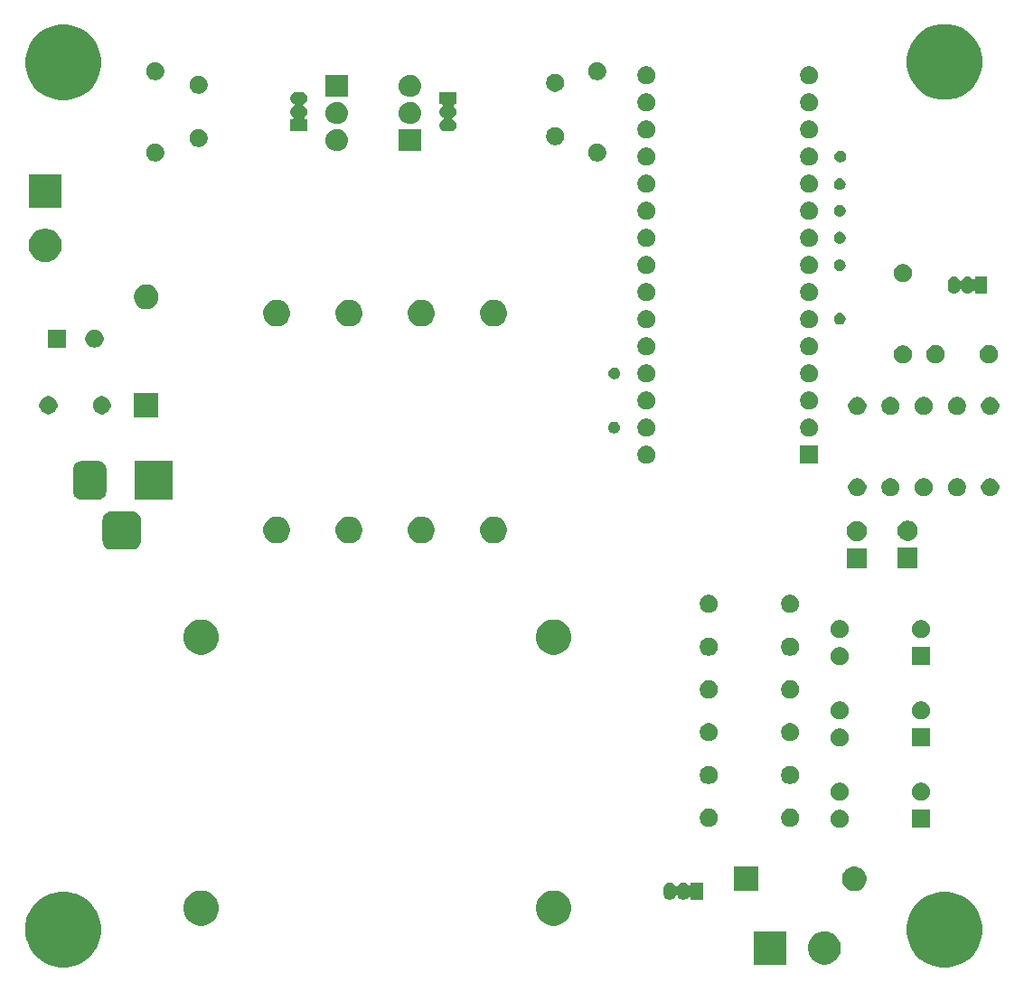
<source format=gts>
G04 #@! TF.GenerationSoftware,KiCad,Pcbnew,5.1.5+dfsg1-2build2*
G04 #@! TF.CreationDate,2023-08-26T17:55:10-03:00*
G04 #@! TF.ProjectId,TeCoLab_Board,5465436f-4c61-4625-9f42-6f6172642e6b,1.00*
G04 #@! TF.SameCoordinates,Original*
G04 #@! TF.FileFunction,Soldermask,Top*
G04 #@! TF.FilePolarity,Negative*
%FSLAX46Y46*%
G04 Gerber Fmt 4.6, Leading zero omitted, Abs format (unit mm)*
G04 Created by KiCad (PCBNEW 5.1.5+dfsg1-2build2) date 2023-08-26 17:55:10*
%MOMM*%
%LPD*%
G04 APERTURE LIST*
%ADD10C,0.150000*%
G04 APERTURE END LIST*
D10*
G36*
X195615027Y-117824742D02*
G01*
X195615030Y-117824743D01*
X195615029Y-117824743D01*
X196261269Y-118092424D01*
X196842871Y-118481038D01*
X197337482Y-118975649D01*
X197726096Y-119557251D01*
X197784818Y-119699019D01*
X197993778Y-120203493D01*
X198130240Y-120889536D01*
X198130240Y-121589024D01*
X197993778Y-122275067D01*
X197993777Y-122275069D01*
X197726096Y-122921309D01*
X197337482Y-123502911D01*
X196842871Y-123997522D01*
X196261269Y-124386136D01*
X195804308Y-124575415D01*
X195615027Y-124653818D01*
X194928984Y-124790280D01*
X194229496Y-124790280D01*
X193543453Y-124653818D01*
X193354172Y-124575415D01*
X192897211Y-124386136D01*
X192315609Y-123997522D01*
X191820998Y-123502911D01*
X191432384Y-122921309D01*
X191164703Y-122275069D01*
X191164702Y-122275067D01*
X191028240Y-121589024D01*
X191028240Y-120889536D01*
X191164702Y-120203493D01*
X191373662Y-119699019D01*
X191432384Y-119557251D01*
X191820998Y-118975649D01*
X192315609Y-118481038D01*
X192897211Y-118092424D01*
X193543451Y-117824743D01*
X193543450Y-117824743D01*
X193543453Y-117824742D01*
X194229496Y-117688280D01*
X194928984Y-117688280D01*
X195615027Y-117824742D01*
G37*
G36*
X113054867Y-117814582D02*
G01*
X113189932Y-117870528D01*
X113701109Y-118082264D01*
X114282711Y-118470878D01*
X114777322Y-118965489D01*
X115165936Y-119547091D01*
X115353321Y-119999480D01*
X115433618Y-120193333D01*
X115570080Y-120879376D01*
X115570080Y-121578864D01*
X115433618Y-122264907D01*
X115429409Y-122275069D01*
X115165936Y-122911149D01*
X114777322Y-123492751D01*
X114282711Y-123987362D01*
X113701109Y-124375976D01*
X113540177Y-124442636D01*
X113054867Y-124643658D01*
X112368824Y-124780120D01*
X111669336Y-124780120D01*
X110983293Y-124643658D01*
X110497983Y-124442636D01*
X110337051Y-124375976D01*
X109755449Y-123987362D01*
X109260838Y-123492751D01*
X108872224Y-122911149D01*
X108608751Y-122275069D01*
X108604542Y-122264907D01*
X108468080Y-121578864D01*
X108468080Y-120879376D01*
X108604542Y-120193333D01*
X108684839Y-119999480D01*
X108872224Y-119547091D01*
X109260838Y-118965489D01*
X109755449Y-118470878D01*
X110337051Y-118082264D01*
X110848228Y-117870528D01*
X110983293Y-117814582D01*
X111669336Y-117678120D01*
X112368824Y-117678120D01*
X113054867Y-117814582D01*
G37*
G36*
X183639785Y-121430042D02*
G01*
X183789610Y-121459844D01*
X184071874Y-121576761D01*
X184325905Y-121746499D01*
X184541941Y-121962535D01*
X184711679Y-122216566D01*
X184828596Y-122498830D01*
X184888200Y-122798480D01*
X184888200Y-123104000D01*
X184828596Y-123403650D01*
X184711679Y-123685914D01*
X184541941Y-123939945D01*
X184325905Y-124155981D01*
X184071874Y-124325719D01*
X183789610Y-124442636D01*
X183639785Y-124472438D01*
X183489961Y-124502240D01*
X183184439Y-124502240D01*
X183034615Y-124472438D01*
X182884790Y-124442636D01*
X182602526Y-124325719D01*
X182348495Y-124155981D01*
X182132459Y-123939945D01*
X181962721Y-123685914D01*
X181845804Y-123403650D01*
X181786200Y-123104000D01*
X181786200Y-122798480D01*
X181845804Y-122498830D01*
X181962721Y-122216566D01*
X182132459Y-121962535D01*
X182348495Y-121746499D01*
X182602526Y-121576761D01*
X182884790Y-121459844D01*
X183034615Y-121430042D01*
X183184439Y-121400240D01*
X183489961Y-121400240D01*
X183639785Y-121430042D01*
G37*
G36*
X179808200Y-124502240D02*
G01*
X176706200Y-124502240D01*
X176706200Y-121400240D01*
X179808200Y-121400240D01*
X179808200Y-124502240D01*
G37*
G36*
X158337856Y-117608738D02*
G01*
X158444179Y-117629887D01*
X158744642Y-117754343D01*
X159015051Y-117935025D01*
X159245015Y-118164989D01*
X159425697Y-118435398D01*
X159550153Y-118735861D01*
X159613600Y-119054831D01*
X159613600Y-119380049D01*
X159550153Y-119699019D01*
X159425697Y-119999482D01*
X159245015Y-120269891D01*
X159015051Y-120499855D01*
X158744642Y-120680537D01*
X158444179Y-120804993D01*
X158337856Y-120826142D01*
X158125211Y-120868440D01*
X157799989Y-120868440D01*
X157587344Y-120826142D01*
X157481021Y-120804993D01*
X157180558Y-120680537D01*
X156910149Y-120499855D01*
X156680185Y-120269891D01*
X156499503Y-119999482D01*
X156375047Y-119699019D01*
X156311600Y-119380049D01*
X156311600Y-119054831D01*
X156375047Y-118735861D01*
X156499503Y-118435398D01*
X156680185Y-118164989D01*
X156910149Y-117935025D01*
X157180558Y-117754343D01*
X157481021Y-117629887D01*
X157587344Y-117608738D01*
X157799989Y-117566440D01*
X158125211Y-117566440D01*
X158337856Y-117608738D01*
G37*
G36*
X125317856Y-117608738D02*
G01*
X125424179Y-117629887D01*
X125724642Y-117754343D01*
X125995051Y-117935025D01*
X126225015Y-118164989D01*
X126405697Y-118435398D01*
X126530153Y-118735861D01*
X126593600Y-119054831D01*
X126593600Y-119380049D01*
X126530153Y-119699019D01*
X126405697Y-119999482D01*
X126225015Y-120269891D01*
X125995051Y-120499855D01*
X125724642Y-120680537D01*
X125424179Y-120804993D01*
X125317856Y-120826142D01*
X125105211Y-120868440D01*
X124779989Y-120868440D01*
X124567344Y-120826142D01*
X124461021Y-120804993D01*
X124160558Y-120680537D01*
X123890149Y-120499855D01*
X123660185Y-120269891D01*
X123479503Y-119999482D01*
X123355047Y-119699019D01*
X123291600Y-119380049D01*
X123291600Y-119054831D01*
X123355047Y-118735861D01*
X123479503Y-118435398D01*
X123660185Y-118164989D01*
X123890149Y-117935025D01*
X124160558Y-117754343D01*
X124461021Y-117629887D01*
X124567344Y-117608738D01*
X124779989Y-117566440D01*
X125105211Y-117566440D01*
X125317856Y-117608738D01*
G37*
G36*
X170242116Y-116824574D02*
G01*
X170350692Y-116857511D01*
X170350695Y-116857512D01*
X170386801Y-116876811D01*
X170450757Y-116910996D01*
X170538464Y-116982976D01*
X170601583Y-117059886D01*
X170618902Y-117077205D01*
X170639277Y-117090819D01*
X170661916Y-117100197D01*
X170685949Y-117104977D01*
X170710453Y-117104977D01*
X170734486Y-117100197D01*
X170757125Y-117090819D01*
X170777499Y-117077206D01*
X170794826Y-117059879D01*
X170808440Y-117039504D01*
X170817818Y-117016865D01*
X170822598Y-116992832D01*
X170823200Y-116980580D01*
X170823200Y-116816240D01*
X171975200Y-116816240D01*
X171975200Y-118418240D01*
X170823200Y-118418240D01*
X170823200Y-118253900D01*
X170820798Y-118229514D01*
X170813685Y-118206065D01*
X170802134Y-118184454D01*
X170786589Y-118165512D01*
X170767647Y-118149967D01*
X170746036Y-118138416D01*
X170722587Y-118131303D01*
X170698201Y-118128901D01*
X170673815Y-118131303D01*
X170650366Y-118138416D01*
X170628755Y-118149967D01*
X170601581Y-118174596D01*
X170538464Y-118251504D01*
X170450756Y-118323484D01*
X170386800Y-118357669D01*
X170350694Y-118376968D01*
X170350691Y-118376969D01*
X170242115Y-118409906D01*
X170129200Y-118421027D01*
X170016284Y-118409906D01*
X169907708Y-118376969D01*
X169907705Y-118376968D01*
X169871599Y-118357669D01*
X169807643Y-118323484D01*
X169719936Y-118251504D01*
X169647956Y-118163796D01*
X169604439Y-118082380D01*
X169590825Y-118062006D01*
X169573498Y-118044679D01*
X169553124Y-118031065D01*
X169530485Y-118021688D01*
X169506451Y-118016908D01*
X169481947Y-118016908D01*
X169457914Y-118021689D01*
X169435275Y-118031066D01*
X169414901Y-118044680D01*
X169397574Y-118062007D01*
X169383962Y-118082380D01*
X169340444Y-118163797D01*
X169268464Y-118251504D01*
X169180756Y-118323484D01*
X169116800Y-118357669D01*
X169080694Y-118376968D01*
X169080691Y-118376969D01*
X168972115Y-118409906D01*
X168859200Y-118421027D01*
X168746284Y-118409906D01*
X168637708Y-118376969D01*
X168637705Y-118376968D01*
X168601599Y-118357669D01*
X168537643Y-118323484D01*
X168449936Y-118251504D01*
X168377956Y-118163796D01*
X168334377Y-118082264D01*
X168324472Y-118063734D01*
X168318692Y-118044680D01*
X168291534Y-117955155D01*
X168283200Y-117870537D01*
X168283200Y-117363942D01*
X168291534Y-117279324D01*
X168324471Y-117170748D01*
X168324472Y-117170745D01*
X168377956Y-117070685D01*
X168377957Y-117070683D01*
X168449937Y-116982976D01*
X168537644Y-116910996D01*
X168601600Y-116876811D01*
X168637706Y-116857512D01*
X168637709Y-116857511D01*
X168746285Y-116824574D01*
X168859200Y-116813453D01*
X168972116Y-116824574D01*
X169080692Y-116857511D01*
X169080695Y-116857512D01*
X169116801Y-116876811D01*
X169180757Y-116910996D01*
X169268464Y-116982976D01*
X169340444Y-117070683D01*
X169356219Y-117100197D01*
X169383961Y-117152099D01*
X169397575Y-117172474D01*
X169414902Y-117189801D01*
X169435276Y-117203414D01*
X169457915Y-117212792D01*
X169481948Y-117217572D01*
X169506452Y-117217572D01*
X169530485Y-117212792D01*
X169553124Y-117203414D01*
X169573499Y-117189800D01*
X169590826Y-117172473D01*
X169604439Y-117152099D01*
X169647956Y-117070685D01*
X169647957Y-117070683D01*
X169719937Y-116982976D01*
X169807644Y-116910996D01*
X169871600Y-116876811D01*
X169907706Y-116857512D01*
X169907709Y-116857511D01*
X170016285Y-116824574D01*
X170129200Y-116813453D01*
X170242116Y-116824574D01*
G37*
G36*
X177122200Y-117625240D02*
G01*
X174820200Y-117625240D01*
X174820200Y-115323240D01*
X177122200Y-115323240D01*
X177122200Y-117625240D01*
G37*
G36*
X186355749Y-115345356D02*
G01*
X186466934Y-115367472D01*
X186676403Y-115454237D01*
X186864920Y-115580200D01*
X187025240Y-115740520D01*
X187151203Y-115929037D01*
X187237968Y-116138506D01*
X187282200Y-116360876D01*
X187282200Y-116587604D01*
X187237968Y-116809974D01*
X187151203Y-117019443D01*
X187025240Y-117207960D01*
X186864920Y-117368280D01*
X186676403Y-117494243D01*
X186466934Y-117581008D01*
X186355749Y-117603124D01*
X186244565Y-117625240D01*
X186017835Y-117625240D01*
X185906651Y-117603124D01*
X185795466Y-117581008D01*
X185585997Y-117494243D01*
X185397480Y-117368280D01*
X185237160Y-117207960D01*
X185111197Y-117019443D01*
X185024432Y-116809974D01*
X184980200Y-116587604D01*
X184980200Y-116360876D01*
X185024432Y-116138506D01*
X185111197Y-115929037D01*
X185237160Y-115740520D01*
X185397480Y-115580200D01*
X185585997Y-115454237D01*
X185795466Y-115367472D01*
X185906651Y-115345356D01*
X186017835Y-115323240D01*
X186244565Y-115323240D01*
X186355749Y-115345356D01*
G37*
G36*
X193235680Y-111706760D02*
G01*
X191533680Y-111706760D01*
X191533680Y-110004760D01*
X193235680Y-110004760D01*
X193235680Y-111706760D01*
G37*
G36*
X185012908Y-110037463D02*
G01*
X185167780Y-110101613D01*
X185307161Y-110194745D01*
X185425695Y-110313279D01*
X185518827Y-110452660D01*
X185582977Y-110607532D01*
X185615680Y-110771944D01*
X185615680Y-110939576D01*
X185582977Y-111103988D01*
X185518827Y-111258860D01*
X185425695Y-111398241D01*
X185307161Y-111516775D01*
X185167780Y-111609907D01*
X185012908Y-111674057D01*
X184848496Y-111706760D01*
X184680864Y-111706760D01*
X184516452Y-111674057D01*
X184361580Y-111609907D01*
X184222199Y-111516775D01*
X184103665Y-111398241D01*
X184010533Y-111258860D01*
X183946383Y-111103988D01*
X183913680Y-110939576D01*
X183913680Y-110771944D01*
X183946383Y-110607532D01*
X184010533Y-110452660D01*
X184103665Y-110313279D01*
X184222199Y-110194745D01*
X184361580Y-110101613D01*
X184516452Y-110037463D01*
X184680864Y-110004760D01*
X184848496Y-110004760D01*
X185012908Y-110037463D01*
G37*
G36*
X180374868Y-109930783D02*
G01*
X180529740Y-109994933D01*
X180669121Y-110088065D01*
X180787655Y-110206599D01*
X180880787Y-110345980D01*
X180944937Y-110500852D01*
X180977640Y-110665264D01*
X180977640Y-110832896D01*
X180944937Y-110997308D01*
X180880787Y-111152180D01*
X180787655Y-111291561D01*
X180669121Y-111410095D01*
X180529740Y-111503227D01*
X180374868Y-111567377D01*
X180210456Y-111600080D01*
X180042824Y-111600080D01*
X179878412Y-111567377D01*
X179723540Y-111503227D01*
X179584159Y-111410095D01*
X179465625Y-111291561D01*
X179372493Y-111152180D01*
X179308343Y-110997308D01*
X179275640Y-110832896D01*
X179275640Y-110665264D01*
X179308343Y-110500852D01*
X179372493Y-110345980D01*
X179465625Y-110206599D01*
X179584159Y-110088065D01*
X179723540Y-109994933D01*
X179878412Y-109930783D01*
X180042824Y-109898080D01*
X180210456Y-109898080D01*
X180374868Y-109930783D01*
G37*
G36*
X172754868Y-109930783D02*
G01*
X172909740Y-109994933D01*
X173049121Y-110088065D01*
X173167655Y-110206599D01*
X173260787Y-110345980D01*
X173324937Y-110500852D01*
X173357640Y-110665264D01*
X173357640Y-110832896D01*
X173324937Y-110997308D01*
X173260787Y-111152180D01*
X173167655Y-111291561D01*
X173049121Y-111410095D01*
X172909740Y-111503227D01*
X172754868Y-111567377D01*
X172590456Y-111600080D01*
X172422824Y-111600080D01*
X172258412Y-111567377D01*
X172103540Y-111503227D01*
X171964159Y-111410095D01*
X171845625Y-111291561D01*
X171752493Y-111152180D01*
X171688343Y-110997308D01*
X171655640Y-110832896D01*
X171655640Y-110665264D01*
X171688343Y-110500852D01*
X171752493Y-110345980D01*
X171845625Y-110206599D01*
X171964159Y-110088065D01*
X172103540Y-109994933D01*
X172258412Y-109930783D01*
X172422824Y-109898080D01*
X172590456Y-109898080D01*
X172754868Y-109930783D01*
G37*
G36*
X185012908Y-107497463D02*
G01*
X185167780Y-107561613D01*
X185307161Y-107654745D01*
X185425695Y-107773279D01*
X185518827Y-107912660D01*
X185582977Y-108067532D01*
X185615680Y-108231944D01*
X185615680Y-108399576D01*
X185582977Y-108563988D01*
X185518827Y-108718860D01*
X185425695Y-108858241D01*
X185307161Y-108976775D01*
X185167780Y-109069907D01*
X185012908Y-109134057D01*
X184848496Y-109166760D01*
X184680864Y-109166760D01*
X184516452Y-109134057D01*
X184361580Y-109069907D01*
X184222199Y-108976775D01*
X184103665Y-108858241D01*
X184010533Y-108718860D01*
X183946383Y-108563988D01*
X183913680Y-108399576D01*
X183913680Y-108231944D01*
X183946383Y-108067532D01*
X184010533Y-107912660D01*
X184103665Y-107773279D01*
X184222199Y-107654745D01*
X184361580Y-107561613D01*
X184516452Y-107497463D01*
X184680864Y-107464760D01*
X184848496Y-107464760D01*
X185012908Y-107497463D01*
G37*
G36*
X192632908Y-107497463D02*
G01*
X192787780Y-107561613D01*
X192927161Y-107654745D01*
X193045695Y-107773279D01*
X193138827Y-107912660D01*
X193202977Y-108067532D01*
X193235680Y-108231944D01*
X193235680Y-108399576D01*
X193202977Y-108563988D01*
X193138827Y-108718860D01*
X193045695Y-108858241D01*
X192927161Y-108976775D01*
X192787780Y-109069907D01*
X192632908Y-109134057D01*
X192468496Y-109166760D01*
X192300864Y-109166760D01*
X192136452Y-109134057D01*
X191981580Y-109069907D01*
X191842199Y-108976775D01*
X191723665Y-108858241D01*
X191630533Y-108718860D01*
X191566383Y-108563988D01*
X191533680Y-108399576D01*
X191533680Y-108231944D01*
X191566383Y-108067532D01*
X191630533Y-107912660D01*
X191723665Y-107773279D01*
X191842199Y-107654745D01*
X191981580Y-107561613D01*
X192136452Y-107497463D01*
X192300864Y-107464760D01*
X192468496Y-107464760D01*
X192632908Y-107497463D01*
G37*
G36*
X180374868Y-105921647D02*
G01*
X180529740Y-105985797D01*
X180669121Y-106078929D01*
X180787655Y-106197463D01*
X180880787Y-106336844D01*
X180944937Y-106491716D01*
X180977640Y-106656128D01*
X180977640Y-106823760D01*
X180944937Y-106988172D01*
X180880787Y-107143044D01*
X180787655Y-107282425D01*
X180669121Y-107400959D01*
X180529740Y-107494091D01*
X180374868Y-107558241D01*
X180210456Y-107590944D01*
X180042824Y-107590944D01*
X179878412Y-107558241D01*
X179723540Y-107494091D01*
X179584159Y-107400959D01*
X179465625Y-107282425D01*
X179372493Y-107143044D01*
X179308343Y-106988172D01*
X179275640Y-106823760D01*
X179275640Y-106656128D01*
X179308343Y-106491716D01*
X179372493Y-106336844D01*
X179465625Y-106197463D01*
X179584159Y-106078929D01*
X179723540Y-105985797D01*
X179878412Y-105921647D01*
X180042824Y-105888944D01*
X180210456Y-105888944D01*
X180374868Y-105921647D01*
G37*
G36*
X172754868Y-105921647D02*
G01*
X172909740Y-105985797D01*
X173049121Y-106078929D01*
X173167655Y-106197463D01*
X173260787Y-106336844D01*
X173324937Y-106491716D01*
X173357640Y-106656128D01*
X173357640Y-106823760D01*
X173324937Y-106988172D01*
X173260787Y-107143044D01*
X173167655Y-107282425D01*
X173049121Y-107400959D01*
X172909740Y-107494091D01*
X172754868Y-107558241D01*
X172590456Y-107590944D01*
X172422824Y-107590944D01*
X172258412Y-107558241D01*
X172103540Y-107494091D01*
X171964159Y-107400959D01*
X171845625Y-107282425D01*
X171752493Y-107143044D01*
X171688343Y-106988172D01*
X171655640Y-106823760D01*
X171655640Y-106656128D01*
X171688343Y-106491716D01*
X171752493Y-106336844D01*
X171845625Y-106197463D01*
X171964159Y-106078929D01*
X172103540Y-105985797D01*
X172258412Y-105921647D01*
X172422824Y-105888944D01*
X172590456Y-105888944D01*
X172754868Y-105921647D01*
G37*
G36*
X185012908Y-102417463D02*
G01*
X185167780Y-102481613D01*
X185307161Y-102574745D01*
X185425695Y-102693279D01*
X185518827Y-102832660D01*
X185582977Y-102987532D01*
X185615680Y-103151944D01*
X185615680Y-103319576D01*
X185582977Y-103483988D01*
X185518827Y-103638860D01*
X185425695Y-103778241D01*
X185307161Y-103896775D01*
X185167780Y-103989907D01*
X185012908Y-104054057D01*
X184848496Y-104086760D01*
X184680864Y-104086760D01*
X184516452Y-104054057D01*
X184361580Y-103989907D01*
X184222199Y-103896775D01*
X184103665Y-103778241D01*
X184010533Y-103638860D01*
X183946383Y-103483988D01*
X183913680Y-103319576D01*
X183913680Y-103151944D01*
X183946383Y-102987532D01*
X184010533Y-102832660D01*
X184103665Y-102693279D01*
X184222199Y-102574745D01*
X184361580Y-102481613D01*
X184516452Y-102417463D01*
X184680864Y-102384760D01*
X184848496Y-102384760D01*
X185012908Y-102417463D01*
G37*
G36*
X193235680Y-104086760D02*
G01*
X191533680Y-104086760D01*
X191533680Y-102384760D01*
X193235680Y-102384760D01*
X193235680Y-104086760D01*
G37*
G36*
X180374868Y-101912511D02*
G01*
X180529740Y-101976661D01*
X180669121Y-102069793D01*
X180787655Y-102188327D01*
X180880787Y-102327708D01*
X180944937Y-102482580D01*
X180977640Y-102646992D01*
X180977640Y-102814624D01*
X180944937Y-102979036D01*
X180880787Y-103133908D01*
X180787655Y-103273289D01*
X180669121Y-103391823D01*
X180529740Y-103484955D01*
X180374868Y-103549105D01*
X180210456Y-103581808D01*
X180042824Y-103581808D01*
X179878412Y-103549105D01*
X179723540Y-103484955D01*
X179584159Y-103391823D01*
X179465625Y-103273289D01*
X179372493Y-103133908D01*
X179308343Y-102979036D01*
X179275640Y-102814624D01*
X179275640Y-102646992D01*
X179308343Y-102482580D01*
X179372493Y-102327708D01*
X179465625Y-102188327D01*
X179584159Y-102069793D01*
X179723540Y-101976661D01*
X179878412Y-101912511D01*
X180042824Y-101879808D01*
X180210456Y-101879808D01*
X180374868Y-101912511D01*
G37*
G36*
X172754868Y-101912511D02*
G01*
X172909740Y-101976661D01*
X173049121Y-102069793D01*
X173167655Y-102188327D01*
X173260787Y-102327708D01*
X173324937Y-102482580D01*
X173357640Y-102646992D01*
X173357640Y-102814624D01*
X173324937Y-102979036D01*
X173260787Y-103133908D01*
X173167655Y-103273289D01*
X173049121Y-103391823D01*
X172909740Y-103484955D01*
X172754868Y-103549105D01*
X172590456Y-103581808D01*
X172422824Y-103581808D01*
X172258412Y-103549105D01*
X172103540Y-103484955D01*
X171964159Y-103391823D01*
X171845625Y-103273289D01*
X171752493Y-103133908D01*
X171688343Y-102979036D01*
X171655640Y-102814624D01*
X171655640Y-102646992D01*
X171688343Y-102482580D01*
X171752493Y-102327708D01*
X171845625Y-102188327D01*
X171964159Y-102069793D01*
X172103540Y-101976661D01*
X172258412Y-101912511D01*
X172422824Y-101879808D01*
X172590456Y-101879808D01*
X172754868Y-101912511D01*
G37*
G36*
X185012908Y-99877463D02*
G01*
X185167780Y-99941613D01*
X185307161Y-100034745D01*
X185425695Y-100153279D01*
X185518827Y-100292660D01*
X185582977Y-100447532D01*
X185615680Y-100611944D01*
X185615680Y-100779576D01*
X185582977Y-100943988D01*
X185518827Y-101098860D01*
X185425695Y-101238241D01*
X185307161Y-101356775D01*
X185167780Y-101449907D01*
X185012908Y-101514057D01*
X184848496Y-101546760D01*
X184680864Y-101546760D01*
X184516452Y-101514057D01*
X184361580Y-101449907D01*
X184222199Y-101356775D01*
X184103665Y-101238241D01*
X184010533Y-101098860D01*
X183946383Y-100943988D01*
X183913680Y-100779576D01*
X183913680Y-100611944D01*
X183946383Y-100447532D01*
X184010533Y-100292660D01*
X184103665Y-100153279D01*
X184222199Y-100034745D01*
X184361580Y-99941613D01*
X184516452Y-99877463D01*
X184680864Y-99844760D01*
X184848496Y-99844760D01*
X185012908Y-99877463D01*
G37*
G36*
X192632908Y-99877463D02*
G01*
X192787780Y-99941613D01*
X192927161Y-100034745D01*
X193045695Y-100153279D01*
X193138827Y-100292660D01*
X193202977Y-100447532D01*
X193235680Y-100611944D01*
X193235680Y-100779576D01*
X193202977Y-100943988D01*
X193138827Y-101098860D01*
X193045695Y-101238241D01*
X192927161Y-101356775D01*
X192787780Y-101449907D01*
X192632908Y-101514057D01*
X192468496Y-101546760D01*
X192300864Y-101546760D01*
X192136452Y-101514057D01*
X191981580Y-101449907D01*
X191842199Y-101356775D01*
X191723665Y-101238241D01*
X191630533Y-101098860D01*
X191566383Y-100943988D01*
X191533680Y-100779576D01*
X191533680Y-100611944D01*
X191566383Y-100447532D01*
X191630533Y-100292660D01*
X191723665Y-100153279D01*
X191842199Y-100034745D01*
X191981580Y-99941613D01*
X192136452Y-99877463D01*
X192300864Y-99844760D01*
X192468496Y-99844760D01*
X192632908Y-99877463D01*
G37*
G36*
X172754868Y-97903375D02*
G01*
X172909740Y-97967525D01*
X173049121Y-98060657D01*
X173167655Y-98179191D01*
X173260787Y-98318572D01*
X173324937Y-98473444D01*
X173357640Y-98637856D01*
X173357640Y-98805488D01*
X173324937Y-98969900D01*
X173260787Y-99124772D01*
X173167655Y-99264153D01*
X173049121Y-99382687D01*
X172909740Y-99475819D01*
X172754868Y-99539969D01*
X172590456Y-99572672D01*
X172422824Y-99572672D01*
X172258412Y-99539969D01*
X172103540Y-99475819D01*
X171964159Y-99382687D01*
X171845625Y-99264153D01*
X171752493Y-99124772D01*
X171688343Y-98969900D01*
X171655640Y-98805488D01*
X171655640Y-98637856D01*
X171688343Y-98473444D01*
X171752493Y-98318572D01*
X171845625Y-98179191D01*
X171964159Y-98060657D01*
X172103540Y-97967525D01*
X172258412Y-97903375D01*
X172422824Y-97870672D01*
X172590456Y-97870672D01*
X172754868Y-97903375D01*
G37*
G36*
X180374868Y-97903375D02*
G01*
X180529740Y-97967525D01*
X180669121Y-98060657D01*
X180787655Y-98179191D01*
X180880787Y-98318572D01*
X180944937Y-98473444D01*
X180977640Y-98637856D01*
X180977640Y-98805488D01*
X180944937Y-98969900D01*
X180880787Y-99124772D01*
X180787655Y-99264153D01*
X180669121Y-99382687D01*
X180529740Y-99475819D01*
X180374868Y-99539969D01*
X180210456Y-99572672D01*
X180042824Y-99572672D01*
X179878412Y-99539969D01*
X179723540Y-99475819D01*
X179584159Y-99382687D01*
X179465625Y-99264153D01*
X179372493Y-99124772D01*
X179308343Y-98969900D01*
X179275640Y-98805488D01*
X179275640Y-98637856D01*
X179308343Y-98473444D01*
X179372493Y-98318572D01*
X179465625Y-98179191D01*
X179584159Y-98060657D01*
X179723540Y-97967525D01*
X179878412Y-97903375D01*
X180042824Y-97870672D01*
X180210456Y-97870672D01*
X180374868Y-97903375D01*
G37*
G36*
X193235680Y-96466760D02*
G01*
X191533680Y-96466760D01*
X191533680Y-94764760D01*
X193235680Y-94764760D01*
X193235680Y-96466760D01*
G37*
G36*
X185012908Y-94797463D02*
G01*
X185167780Y-94861613D01*
X185307161Y-94954745D01*
X185425695Y-95073279D01*
X185518827Y-95212660D01*
X185582977Y-95367532D01*
X185615680Y-95531944D01*
X185615680Y-95699576D01*
X185582977Y-95863988D01*
X185518827Y-96018860D01*
X185425695Y-96158241D01*
X185307161Y-96276775D01*
X185167780Y-96369907D01*
X185012908Y-96434057D01*
X184848496Y-96466760D01*
X184680864Y-96466760D01*
X184516452Y-96434057D01*
X184361580Y-96369907D01*
X184222199Y-96276775D01*
X184103665Y-96158241D01*
X184010533Y-96018860D01*
X183946383Y-95863988D01*
X183913680Y-95699576D01*
X183913680Y-95531944D01*
X183946383Y-95367532D01*
X184010533Y-95212660D01*
X184103665Y-95073279D01*
X184222199Y-94954745D01*
X184361580Y-94861613D01*
X184516452Y-94797463D01*
X184680864Y-94764760D01*
X184848496Y-94764760D01*
X185012908Y-94797463D01*
G37*
G36*
X180374868Y-93894239D02*
G01*
X180529740Y-93958389D01*
X180669121Y-94051521D01*
X180787655Y-94170055D01*
X180880787Y-94309436D01*
X180944937Y-94464308D01*
X180977640Y-94628720D01*
X180977640Y-94796352D01*
X180944937Y-94960764D01*
X180880787Y-95115636D01*
X180787655Y-95255017D01*
X180669121Y-95373551D01*
X180529740Y-95466683D01*
X180374868Y-95530833D01*
X180210456Y-95563536D01*
X180042824Y-95563536D01*
X179878412Y-95530833D01*
X179723540Y-95466683D01*
X179584159Y-95373551D01*
X179465625Y-95255017D01*
X179372493Y-95115636D01*
X179308343Y-94960764D01*
X179275640Y-94796352D01*
X179275640Y-94628720D01*
X179308343Y-94464308D01*
X179372493Y-94309436D01*
X179465625Y-94170055D01*
X179584159Y-94051521D01*
X179723540Y-93958389D01*
X179878412Y-93894239D01*
X180042824Y-93861536D01*
X180210456Y-93861536D01*
X180374868Y-93894239D01*
G37*
G36*
X172754868Y-93894239D02*
G01*
X172909740Y-93958389D01*
X173049121Y-94051521D01*
X173167655Y-94170055D01*
X173260787Y-94309436D01*
X173324937Y-94464308D01*
X173357640Y-94628720D01*
X173357640Y-94796352D01*
X173324937Y-94960764D01*
X173260787Y-95115636D01*
X173167655Y-95255017D01*
X173049121Y-95373551D01*
X172909740Y-95466683D01*
X172754868Y-95530833D01*
X172590456Y-95563536D01*
X172422824Y-95563536D01*
X172258412Y-95530833D01*
X172103540Y-95466683D01*
X171964159Y-95373551D01*
X171845625Y-95255017D01*
X171752493Y-95115636D01*
X171688343Y-94960764D01*
X171655640Y-94796352D01*
X171655640Y-94628720D01*
X171688343Y-94464308D01*
X171752493Y-94309436D01*
X171845625Y-94170055D01*
X171964159Y-94051521D01*
X172103540Y-93958389D01*
X172258412Y-93894239D01*
X172422824Y-93861536D01*
X172590456Y-93861536D01*
X172754868Y-93894239D01*
G37*
G36*
X125317856Y-92208738D02*
G01*
X125424179Y-92229887D01*
X125636637Y-92317890D01*
X125645623Y-92321612D01*
X125724642Y-92354343D01*
X125995051Y-92535025D01*
X126225015Y-92764989D01*
X126405697Y-93035398D01*
X126405698Y-93035400D01*
X126530153Y-93335862D01*
X126593600Y-93654829D01*
X126593600Y-93980051D01*
X126555806Y-94170055D01*
X126530153Y-94299019D01*
X126405697Y-94599482D01*
X126225015Y-94869891D01*
X125995051Y-95099855D01*
X125724642Y-95280537D01*
X125424179Y-95404993D01*
X125317856Y-95426142D01*
X125105211Y-95468440D01*
X124779989Y-95468440D01*
X124567344Y-95426142D01*
X124461021Y-95404993D01*
X124160558Y-95280537D01*
X123890149Y-95099855D01*
X123660185Y-94869891D01*
X123479503Y-94599482D01*
X123355047Y-94299019D01*
X123329394Y-94170055D01*
X123291600Y-93980051D01*
X123291600Y-93654829D01*
X123355047Y-93335862D01*
X123479502Y-93035400D01*
X123479503Y-93035398D01*
X123660185Y-92764989D01*
X123890149Y-92535025D01*
X124160558Y-92354343D01*
X124239578Y-92321612D01*
X124248563Y-92317890D01*
X124461021Y-92229887D01*
X124567344Y-92208738D01*
X124779989Y-92166440D01*
X125105211Y-92166440D01*
X125317856Y-92208738D01*
G37*
G36*
X158337856Y-92208738D02*
G01*
X158444179Y-92229887D01*
X158656637Y-92317890D01*
X158665623Y-92321612D01*
X158744642Y-92354343D01*
X159015051Y-92535025D01*
X159245015Y-92764989D01*
X159425697Y-93035398D01*
X159425698Y-93035400D01*
X159550153Y-93335862D01*
X159613600Y-93654829D01*
X159613600Y-93980051D01*
X159575806Y-94170055D01*
X159550153Y-94299019D01*
X159425697Y-94599482D01*
X159245015Y-94869891D01*
X159015051Y-95099855D01*
X158744642Y-95280537D01*
X158444179Y-95404993D01*
X158337856Y-95426142D01*
X158125211Y-95468440D01*
X157799989Y-95468440D01*
X157587344Y-95426142D01*
X157481021Y-95404993D01*
X157180558Y-95280537D01*
X156910149Y-95099855D01*
X156680185Y-94869891D01*
X156499503Y-94599482D01*
X156375047Y-94299019D01*
X156349394Y-94170055D01*
X156311600Y-93980051D01*
X156311600Y-93654829D01*
X156375047Y-93335862D01*
X156499502Y-93035400D01*
X156499503Y-93035398D01*
X156680185Y-92764989D01*
X156910149Y-92535025D01*
X157180558Y-92354343D01*
X157259578Y-92321612D01*
X157268563Y-92317890D01*
X157481021Y-92229887D01*
X157587344Y-92208738D01*
X157799989Y-92166440D01*
X158125211Y-92166440D01*
X158337856Y-92208738D01*
G37*
G36*
X185012908Y-92257463D02*
G01*
X185167780Y-92321613D01*
X185307161Y-92414745D01*
X185425695Y-92533279D01*
X185518827Y-92672660D01*
X185582977Y-92827532D01*
X185615680Y-92991944D01*
X185615680Y-93159576D01*
X185582977Y-93323988D01*
X185518827Y-93478860D01*
X185425695Y-93618241D01*
X185307161Y-93736775D01*
X185167780Y-93829907D01*
X185012908Y-93894057D01*
X184848496Y-93926760D01*
X184680864Y-93926760D01*
X184516452Y-93894057D01*
X184361580Y-93829907D01*
X184222199Y-93736775D01*
X184103665Y-93618241D01*
X184010533Y-93478860D01*
X183946383Y-93323988D01*
X183913680Y-93159576D01*
X183913680Y-92991944D01*
X183946383Y-92827532D01*
X184010533Y-92672660D01*
X184103665Y-92533279D01*
X184222199Y-92414745D01*
X184361580Y-92321613D01*
X184516452Y-92257463D01*
X184680864Y-92224760D01*
X184848496Y-92224760D01*
X185012908Y-92257463D01*
G37*
G36*
X192632908Y-92257463D02*
G01*
X192787780Y-92321613D01*
X192927161Y-92414745D01*
X193045695Y-92533279D01*
X193138827Y-92672660D01*
X193202977Y-92827532D01*
X193235680Y-92991944D01*
X193235680Y-93159576D01*
X193202977Y-93323988D01*
X193138827Y-93478860D01*
X193045695Y-93618241D01*
X192927161Y-93736775D01*
X192787780Y-93829907D01*
X192632908Y-93894057D01*
X192468496Y-93926760D01*
X192300864Y-93926760D01*
X192136452Y-93894057D01*
X191981580Y-93829907D01*
X191842199Y-93736775D01*
X191723665Y-93618241D01*
X191630533Y-93478860D01*
X191566383Y-93323988D01*
X191533680Y-93159576D01*
X191533680Y-92991944D01*
X191566383Y-92827532D01*
X191630533Y-92672660D01*
X191723665Y-92533279D01*
X191842199Y-92414745D01*
X191981580Y-92321613D01*
X192136452Y-92257463D01*
X192300864Y-92224760D01*
X192468496Y-92224760D01*
X192632908Y-92257463D01*
G37*
G36*
X180374868Y-89885103D02*
G01*
X180529740Y-89949253D01*
X180669121Y-90042385D01*
X180787655Y-90160919D01*
X180880787Y-90300300D01*
X180944937Y-90455172D01*
X180977640Y-90619584D01*
X180977640Y-90787216D01*
X180944937Y-90951628D01*
X180880787Y-91106500D01*
X180787655Y-91245881D01*
X180669121Y-91364415D01*
X180529740Y-91457547D01*
X180374868Y-91521697D01*
X180210456Y-91554400D01*
X180042824Y-91554400D01*
X179878412Y-91521697D01*
X179723540Y-91457547D01*
X179584159Y-91364415D01*
X179465625Y-91245881D01*
X179372493Y-91106500D01*
X179308343Y-90951628D01*
X179275640Y-90787216D01*
X179275640Y-90619584D01*
X179308343Y-90455172D01*
X179372493Y-90300300D01*
X179465625Y-90160919D01*
X179584159Y-90042385D01*
X179723540Y-89949253D01*
X179878412Y-89885103D01*
X180042824Y-89852400D01*
X180210456Y-89852400D01*
X180374868Y-89885103D01*
G37*
G36*
X172754868Y-89885103D02*
G01*
X172909740Y-89949253D01*
X173049121Y-90042385D01*
X173167655Y-90160919D01*
X173260787Y-90300300D01*
X173324937Y-90455172D01*
X173357640Y-90619584D01*
X173357640Y-90787216D01*
X173324937Y-90951628D01*
X173260787Y-91106500D01*
X173167655Y-91245881D01*
X173049121Y-91364415D01*
X172909740Y-91457547D01*
X172754868Y-91521697D01*
X172590456Y-91554400D01*
X172422824Y-91554400D01*
X172258412Y-91521697D01*
X172103540Y-91457547D01*
X171964159Y-91364415D01*
X171845625Y-91245881D01*
X171752493Y-91106500D01*
X171688343Y-90951628D01*
X171655640Y-90787216D01*
X171655640Y-90619584D01*
X171688343Y-90455172D01*
X171752493Y-90300300D01*
X171845625Y-90160919D01*
X171964159Y-90042385D01*
X172103540Y-89949253D01*
X172258412Y-89885103D01*
X172422824Y-89852400D01*
X172590456Y-89852400D01*
X172754868Y-89885103D01*
G37*
G36*
X187310800Y-87371960D02*
G01*
X185408800Y-87371960D01*
X185408800Y-85469960D01*
X187310800Y-85469960D01*
X187310800Y-87371960D01*
G37*
G36*
X192086000Y-87336400D02*
G01*
X190184000Y-87336400D01*
X190184000Y-85434400D01*
X192086000Y-85434400D01*
X192086000Y-87336400D01*
G37*
G36*
X118634126Y-82041775D02*
G01*
X118791220Y-82089429D01*
X118935991Y-82166811D01*
X119062888Y-82270952D01*
X119167029Y-82397849D01*
X119244411Y-82542620D01*
X119292065Y-82699714D01*
X119308760Y-82869220D01*
X119308760Y-84782940D01*
X119292065Y-84952446D01*
X119244411Y-85109540D01*
X119167029Y-85254311D01*
X119062888Y-85381208D01*
X118935991Y-85485349D01*
X118791220Y-85562731D01*
X118634126Y-85610385D01*
X118464620Y-85627080D01*
X116550900Y-85627080D01*
X116381394Y-85610385D01*
X116224300Y-85562731D01*
X116079529Y-85485349D01*
X115952632Y-85381208D01*
X115848491Y-85254311D01*
X115771109Y-85109540D01*
X115723455Y-84952446D01*
X115706760Y-84782940D01*
X115706760Y-82869220D01*
X115723455Y-82699714D01*
X115771109Y-82542620D01*
X115848491Y-82397849D01*
X115952632Y-82270952D01*
X116079529Y-82166811D01*
X116224300Y-82089429D01*
X116381394Y-82041775D01*
X116550900Y-82025080D01*
X118464620Y-82025080D01*
X118634126Y-82041775D01*
G37*
G36*
X139167436Y-82571355D02*
G01*
X139395104Y-82665658D01*
X139599999Y-82802565D01*
X139774248Y-82976814D01*
X139911155Y-83181709D01*
X139911156Y-83181711D01*
X140005458Y-83409377D01*
X140053533Y-83651066D01*
X140053533Y-83897494D01*
X140005458Y-84139183D01*
X139925829Y-84331426D01*
X139911155Y-84366851D01*
X139774248Y-84571746D01*
X139599999Y-84745995D01*
X139395104Y-84882902D01*
X139395103Y-84882903D01*
X139395102Y-84882903D01*
X139167436Y-84977205D01*
X138925747Y-85025280D01*
X138679319Y-85025280D01*
X138437630Y-84977205D01*
X138209964Y-84882903D01*
X138209963Y-84882903D01*
X138209962Y-84882902D01*
X138005067Y-84745995D01*
X137830818Y-84571746D01*
X137693911Y-84366851D01*
X137679238Y-84331426D01*
X137599608Y-84139183D01*
X137551533Y-83897494D01*
X137551533Y-83651066D01*
X137599608Y-83409377D01*
X137693910Y-83181711D01*
X137693911Y-83181709D01*
X137830818Y-82976814D01*
X138005067Y-82802565D01*
X138209962Y-82665658D01*
X138437630Y-82571355D01*
X138679319Y-82523280D01*
X138925747Y-82523280D01*
X139167436Y-82571355D01*
G37*
G36*
X132394103Y-82571355D02*
G01*
X132621771Y-82665658D01*
X132826666Y-82802565D01*
X133000915Y-82976814D01*
X133137822Y-83181709D01*
X133137823Y-83181711D01*
X133232125Y-83409377D01*
X133280200Y-83651066D01*
X133280200Y-83897494D01*
X133232125Y-84139183D01*
X133152496Y-84331426D01*
X133137822Y-84366851D01*
X133000915Y-84571746D01*
X132826666Y-84745995D01*
X132621771Y-84882902D01*
X132621770Y-84882903D01*
X132621769Y-84882903D01*
X132394103Y-84977205D01*
X132152414Y-85025280D01*
X131905986Y-85025280D01*
X131664297Y-84977205D01*
X131436631Y-84882903D01*
X131436630Y-84882903D01*
X131436629Y-84882902D01*
X131231734Y-84745995D01*
X131057485Y-84571746D01*
X130920578Y-84366851D01*
X130905905Y-84331426D01*
X130826275Y-84139183D01*
X130778200Y-83897494D01*
X130778200Y-83651066D01*
X130826275Y-83409377D01*
X130920577Y-83181711D01*
X130920578Y-83181709D01*
X131057485Y-82976814D01*
X131231734Y-82802565D01*
X131436629Y-82665658D01*
X131664297Y-82571355D01*
X131905986Y-82523280D01*
X132152414Y-82523280D01*
X132394103Y-82571355D01*
G37*
G36*
X145940769Y-82571355D02*
G01*
X146168437Y-82665658D01*
X146373332Y-82802565D01*
X146547581Y-82976814D01*
X146684488Y-83181709D01*
X146684489Y-83181711D01*
X146778791Y-83409377D01*
X146826866Y-83651066D01*
X146826866Y-83897494D01*
X146778791Y-84139183D01*
X146699162Y-84331426D01*
X146684488Y-84366851D01*
X146547581Y-84571746D01*
X146373332Y-84745995D01*
X146168437Y-84882902D01*
X146168436Y-84882903D01*
X146168435Y-84882903D01*
X145940769Y-84977205D01*
X145699080Y-85025280D01*
X145452652Y-85025280D01*
X145210963Y-84977205D01*
X144983297Y-84882903D01*
X144983296Y-84882903D01*
X144983295Y-84882902D01*
X144778400Y-84745995D01*
X144604151Y-84571746D01*
X144467244Y-84366851D01*
X144452571Y-84331426D01*
X144372941Y-84139183D01*
X144324866Y-83897494D01*
X144324866Y-83651066D01*
X144372941Y-83409377D01*
X144467243Y-83181711D01*
X144467244Y-83181709D01*
X144604151Y-82976814D01*
X144778400Y-82802565D01*
X144983295Y-82665658D01*
X145210963Y-82571355D01*
X145452652Y-82523280D01*
X145699080Y-82523280D01*
X145940769Y-82571355D01*
G37*
G36*
X152714103Y-82571355D02*
G01*
X152941771Y-82665658D01*
X153146666Y-82802565D01*
X153320915Y-82976814D01*
X153457822Y-83181709D01*
X153457823Y-83181711D01*
X153552125Y-83409377D01*
X153600200Y-83651066D01*
X153600200Y-83897494D01*
X153552125Y-84139183D01*
X153472496Y-84331426D01*
X153457822Y-84366851D01*
X153320915Y-84571746D01*
X153146666Y-84745995D01*
X152941771Y-84882902D01*
X152941770Y-84882903D01*
X152941769Y-84882903D01*
X152714103Y-84977205D01*
X152472414Y-85025280D01*
X152225986Y-85025280D01*
X151984297Y-84977205D01*
X151756631Y-84882903D01*
X151756630Y-84882903D01*
X151756629Y-84882902D01*
X151551734Y-84745995D01*
X151377485Y-84571746D01*
X151240578Y-84366851D01*
X151225905Y-84331426D01*
X151146275Y-84139183D01*
X151098200Y-83897494D01*
X151098200Y-83651066D01*
X151146275Y-83409377D01*
X151240577Y-83181711D01*
X151240578Y-83181709D01*
X151377485Y-82976814D01*
X151551734Y-82802565D01*
X151756629Y-82665658D01*
X151984297Y-82571355D01*
X152225986Y-82523280D01*
X152472414Y-82523280D01*
X152714103Y-82571355D01*
G37*
G36*
X186637195Y-82966506D02*
G01*
X186810266Y-83038194D01*
X186810267Y-83038195D01*
X186966027Y-83142270D01*
X187098490Y-83274733D01*
X187098491Y-83274735D01*
X187202566Y-83430494D01*
X187274254Y-83603565D01*
X187310800Y-83787293D01*
X187310800Y-83974627D01*
X187274254Y-84158355D01*
X187202566Y-84331426D01*
X187202565Y-84331427D01*
X187098490Y-84487187D01*
X186966027Y-84619650D01*
X186887618Y-84672041D01*
X186810266Y-84723726D01*
X186637195Y-84795414D01*
X186453467Y-84831960D01*
X186266133Y-84831960D01*
X186082405Y-84795414D01*
X185909334Y-84723726D01*
X185831982Y-84672041D01*
X185753573Y-84619650D01*
X185621110Y-84487187D01*
X185517035Y-84331427D01*
X185517034Y-84331426D01*
X185445346Y-84158355D01*
X185408800Y-83974627D01*
X185408800Y-83787293D01*
X185445346Y-83603565D01*
X185517034Y-83430494D01*
X185621109Y-83274735D01*
X185621110Y-83274733D01*
X185753573Y-83142270D01*
X185909333Y-83038195D01*
X185909334Y-83038194D01*
X186082405Y-82966506D01*
X186266133Y-82929960D01*
X186453467Y-82929960D01*
X186637195Y-82966506D01*
G37*
G36*
X191412395Y-82930946D02*
G01*
X191585466Y-83002634D01*
X191585467Y-83002635D01*
X191741227Y-83106710D01*
X191873690Y-83239173D01*
X191926081Y-83317582D01*
X191977766Y-83394934D01*
X192049454Y-83568005D01*
X192086000Y-83751733D01*
X192086000Y-83939067D01*
X192049454Y-84122795D01*
X191977766Y-84295866D01*
X191954005Y-84331427D01*
X191873690Y-84451627D01*
X191741227Y-84584090D01*
X191688007Y-84619650D01*
X191585466Y-84688166D01*
X191412395Y-84759854D01*
X191228667Y-84796400D01*
X191041333Y-84796400D01*
X190857605Y-84759854D01*
X190684534Y-84688166D01*
X190581993Y-84619650D01*
X190528773Y-84584090D01*
X190396310Y-84451627D01*
X190315995Y-84331427D01*
X190292234Y-84295866D01*
X190220546Y-84122795D01*
X190184000Y-83939067D01*
X190184000Y-83751733D01*
X190220546Y-83568005D01*
X190292234Y-83394934D01*
X190343919Y-83317582D01*
X190396310Y-83239173D01*
X190528773Y-83106710D01*
X190684533Y-83002635D01*
X190684534Y-83002634D01*
X190857605Y-82930946D01*
X191041333Y-82894400D01*
X191228667Y-82894400D01*
X191412395Y-82930946D01*
G37*
G36*
X122308760Y-80927080D02*
G01*
X118706760Y-80927080D01*
X118706760Y-77325080D01*
X122308760Y-77325080D01*
X122308760Y-80927080D01*
G37*
G36*
X115484739Y-77339373D02*
G01*
X115618385Y-77379914D01*
X115741544Y-77445744D01*
X115849500Y-77534340D01*
X115938096Y-77642296D01*
X116003926Y-77765455D01*
X116044467Y-77899101D01*
X116058760Y-78044220D01*
X116058760Y-80207940D01*
X116044467Y-80353059D01*
X116003926Y-80486705D01*
X115938096Y-80609864D01*
X115849500Y-80717820D01*
X115741544Y-80806416D01*
X115618385Y-80872246D01*
X115484739Y-80912787D01*
X115339620Y-80927080D01*
X113675900Y-80927080D01*
X113530781Y-80912787D01*
X113397135Y-80872246D01*
X113273976Y-80806416D01*
X113166020Y-80717820D01*
X113077424Y-80609864D01*
X113011594Y-80486705D01*
X112971053Y-80353059D01*
X112956760Y-80207940D01*
X112956760Y-78044220D01*
X112971053Y-77899101D01*
X113011594Y-77765455D01*
X113077424Y-77642296D01*
X113166020Y-77534340D01*
X113273976Y-77445744D01*
X113397135Y-77379914D01*
X113530781Y-77339373D01*
X113675900Y-77325080D01*
X115339620Y-77325080D01*
X115484739Y-77339373D01*
G37*
G36*
X189775408Y-78963103D02*
G01*
X189930280Y-79027253D01*
X190069661Y-79120385D01*
X190188195Y-79238919D01*
X190281327Y-79378300D01*
X190345477Y-79533172D01*
X190378180Y-79697584D01*
X190378180Y-79865216D01*
X190345477Y-80029628D01*
X190281327Y-80184500D01*
X190188195Y-80323881D01*
X190069661Y-80442415D01*
X189930280Y-80535547D01*
X189775408Y-80599697D01*
X189610996Y-80632400D01*
X189443364Y-80632400D01*
X189278952Y-80599697D01*
X189124080Y-80535547D01*
X188984699Y-80442415D01*
X188866165Y-80323881D01*
X188773033Y-80184500D01*
X188708883Y-80029628D01*
X188676180Y-79865216D01*
X188676180Y-79697584D01*
X188708883Y-79533172D01*
X188773033Y-79378300D01*
X188866165Y-79238919D01*
X188984699Y-79120385D01*
X189124080Y-79027253D01*
X189278952Y-78963103D01*
X189443364Y-78930400D01*
X189610996Y-78930400D01*
X189775408Y-78963103D01*
G37*
G36*
X192886908Y-78963103D02*
G01*
X193041780Y-79027253D01*
X193181161Y-79120385D01*
X193299695Y-79238919D01*
X193392827Y-79378300D01*
X193456977Y-79533172D01*
X193489680Y-79697584D01*
X193489680Y-79865216D01*
X193456977Y-80029628D01*
X193392827Y-80184500D01*
X193299695Y-80323881D01*
X193181161Y-80442415D01*
X193041780Y-80535547D01*
X192886908Y-80599697D01*
X192722496Y-80632400D01*
X192554864Y-80632400D01*
X192390452Y-80599697D01*
X192235580Y-80535547D01*
X192096199Y-80442415D01*
X191977665Y-80323881D01*
X191884533Y-80184500D01*
X191820383Y-80029628D01*
X191787680Y-79865216D01*
X191787680Y-79697584D01*
X191820383Y-79533172D01*
X191884533Y-79378300D01*
X191977665Y-79238919D01*
X192096199Y-79120385D01*
X192235580Y-79027253D01*
X192390452Y-78963103D01*
X192554864Y-78930400D01*
X192722496Y-78930400D01*
X192886908Y-78963103D01*
G37*
G36*
X186663908Y-78963103D02*
G01*
X186818780Y-79027253D01*
X186958161Y-79120385D01*
X187076695Y-79238919D01*
X187169827Y-79378300D01*
X187233977Y-79533172D01*
X187266680Y-79697584D01*
X187266680Y-79865216D01*
X187233977Y-80029628D01*
X187169827Y-80184500D01*
X187076695Y-80323881D01*
X186958161Y-80442415D01*
X186818780Y-80535547D01*
X186663908Y-80599697D01*
X186499496Y-80632400D01*
X186331864Y-80632400D01*
X186167452Y-80599697D01*
X186012580Y-80535547D01*
X185873199Y-80442415D01*
X185754665Y-80323881D01*
X185661533Y-80184500D01*
X185597383Y-80029628D01*
X185564680Y-79865216D01*
X185564680Y-79697584D01*
X185597383Y-79533172D01*
X185661533Y-79378300D01*
X185754665Y-79238919D01*
X185873199Y-79120385D01*
X186012580Y-79027253D01*
X186167452Y-78963103D01*
X186331864Y-78930400D01*
X186499496Y-78930400D01*
X186663908Y-78963103D01*
G37*
G36*
X195998408Y-78963103D02*
G01*
X196153280Y-79027253D01*
X196292661Y-79120385D01*
X196411195Y-79238919D01*
X196504327Y-79378300D01*
X196568477Y-79533172D01*
X196601180Y-79697584D01*
X196601180Y-79865216D01*
X196568477Y-80029628D01*
X196504327Y-80184500D01*
X196411195Y-80323881D01*
X196292661Y-80442415D01*
X196153280Y-80535547D01*
X195998408Y-80599697D01*
X195833996Y-80632400D01*
X195666364Y-80632400D01*
X195501952Y-80599697D01*
X195347080Y-80535547D01*
X195207699Y-80442415D01*
X195089165Y-80323881D01*
X194996033Y-80184500D01*
X194931883Y-80029628D01*
X194899180Y-79865216D01*
X194899180Y-79697584D01*
X194931883Y-79533172D01*
X194996033Y-79378300D01*
X195089165Y-79238919D01*
X195207699Y-79120385D01*
X195347080Y-79027253D01*
X195501952Y-78963103D01*
X195666364Y-78930400D01*
X195833996Y-78930400D01*
X195998408Y-78963103D01*
G37*
G36*
X199109908Y-78963103D02*
G01*
X199264780Y-79027253D01*
X199404161Y-79120385D01*
X199522695Y-79238919D01*
X199615827Y-79378300D01*
X199679977Y-79533172D01*
X199712680Y-79697584D01*
X199712680Y-79865216D01*
X199679977Y-80029628D01*
X199615827Y-80184500D01*
X199522695Y-80323881D01*
X199404161Y-80442415D01*
X199264780Y-80535547D01*
X199109908Y-80599697D01*
X198945496Y-80632400D01*
X198777864Y-80632400D01*
X198613452Y-80599697D01*
X198458580Y-80535547D01*
X198319199Y-80442415D01*
X198200665Y-80323881D01*
X198107533Y-80184500D01*
X198043383Y-80029628D01*
X198010680Y-79865216D01*
X198010680Y-79697584D01*
X198043383Y-79533172D01*
X198107533Y-79378300D01*
X198200665Y-79238919D01*
X198319199Y-79120385D01*
X198458580Y-79027253D01*
X198613452Y-78963103D01*
X198777864Y-78930400D01*
X198945496Y-78930400D01*
X199109908Y-78963103D01*
G37*
G36*
X182750560Y-77584400D02*
G01*
X181048560Y-77584400D01*
X181048560Y-75882400D01*
X182750560Y-75882400D01*
X182750560Y-77584400D01*
G37*
G36*
X166907788Y-75915103D02*
G01*
X167062660Y-75979253D01*
X167202041Y-76072385D01*
X167320575Y-76190919D01*
X167413707Y-76330300D01*
X167477857Y-76485172D01*
X167510560Y-76649584D01*
X167510560Y-76817216D01*
X167477857Y-76981628D01*
X167413707Y-77136500D01*
X167320575Y-77275881D01*
X167202041Y-77394415D01*
X167062660Y-77487547D01*
X166907788Y-77551697D01*
X166743376Y-77584400D01*
X166575744Y-77584400D01*
X166411332Y-77551697D01*
X166256460Y-77487547D01*
X166117079Y-77394415D01*
X165998545Y-77275881D01*
X165905413Y-77136500D01*
X165841263Y-76981628D01*
X165808560Y-76817216D01*
X165808560Y-76649584D01*
X165841263Y-76485172D01*
X165905413Y-76330300D01*
X165998545Y-76190919D01*
X166117079Y-76072385D01*
X166256460Y-75979253D01*
X166411332Y-75915103D01*
X166575744Y-75882400D01*
X166743376Y-75882400D01*
X166907788Y-75915103D01*
G37*
G36*
X166907788Y-73375103D02*
G01*
X167062660Y-73439253D01*
X167202041Y-73532385D01*
X167320575Y-73650919D01*
X167413707Y-73790300D01*
X167477857Y-73945172D01*
X167510560Y-74109584D01*
X167510560Y-74277216D01*
X167477857Y-74441628D01*
X167413707Y-74596500D01*
X167320575Y-74735881D01*
X167202041Y-74854415D01*
X167062660Y-74947547D01*
X166907788Y-75011697D01*
X166743376Y-75044400D01*
X166575744Y-75044400D01*
X166411332Y-75011697D01*
X166256460Y-74947547D01*
X166117079Y-74854415D01*
X165998545Y-74735881D01*
X165905413Y-74596500D01*
X165841263Y-74441628D01*
X165808560Y-74277216D01*
X165808560Y-74109584D01*
X165841263Y-73945172D01*
X165905413Y-73790300D01*
X165998545Y-73650919D01*
X166117079Y-73532385D01*
X166256460Y-73439253D01*
X166411332Y-73375103D01*
X166575744Y-73342400D01*
X166743376Y-73342400D01*
X166907788Y-73375103D01*
G37*
G36*
X182147788Y-73375103D02*
G01*
X182302660Y-73439253D01*
X182442041Y-73532385D01*
X182560575Y-73650919D01*
X182653707Y-73790300D01*
X182717857Y-73945172D01*
X182750560Y-74109584D01*
X182750560Y-74277216D01*
X182717857Y-74441628D01*
X182653707Y-74596500D01*
X182560575Y-74735881D01*
X182442041Y-74854415D01*
X182302660Y-74947547D01*
X182147788Y-75011697D01*
X181983376Y-75044400D01*
X181815744Y-75044400D01*
X181651332Y-75011697D01*
X181496460Y-74947547D01*
X181357079Y-74854415D01*
X181238545Y-74735881D01*
X181145413Y-74596500D01*
X181081263Y-74441628D01*
X181048560Y-74277216D01*
X181048560Y-74109584D01*
X181081263Y-73945172D01*
X181145413Y-73790300D01*
X181238545Y-73650919D01*
X181357079Y-73532385D01*
X181496460Y-73439253D01*
X181651332Y-73375103D01*
X181815744Y-73342400D01*
X181983376Y-73342400D01*
X182147788Y-73375103D01*
G37*
G36*
X163787521Y-73653414D02*
G01*
X163887795Y-73694949D01*
X163887796Y-73694950D01*
X163978042Y-73755250D01*
X164054790Y-73831998D01*
X164054791Y-73832000D01*
X164115091Y-73922245D01*
X164156626Y-74022519D01*
X164177800Y-74128970D01*
X164177800Y-74237510D01*
X164156626Y-74343961D01*
X164115091Y-74444235D01*
X164115090Y-74444236D01*
X164054790Y-74534482D01*
X163978042Y-74611230D01*
X163932612Y-74641585D01*
X163887795Y-74671531D01*
X163787521Y-74713066D01*
X163681070Y-74734240D01*
X163572530Y-74734240D01*
X163466079Y-74713066D01*
X163365805Y-74671531D01*
X163320988Y-74641585D01*
X163275558Y-74611230D01*
X163198810Y-74534482D01*
X163138510Y-74444236D01*
X163138509Y-74444235D01*
X163096974Y-74343961D01*
X163075800Y-74237510D01*
X163075800Y-74128970D01*
X163096974Y-74022519D01*
X163138509Y-73922245D01*
X163198809Y-73832000D01*
X163198810Y-73831998D01*
X163275558Y-73755250D01*
X163365804Y-73694950D01*
X163365805Y-73694949D01*
X163466079Y-73653414D01*
X163572530Y-73632240D01*
X163681070Y-73632240D01*
X163787521Y-73653414D01*
G37*
G36*
X120962800Y-73241280D02*
G01*
X118660800Y-73241280D01*
X118660800Y-70939280D01*
X120962800Y-70939280D01*
X120962800Y-73241280D01*
G37*
G36*
X186663908Y-71343103D02*
G01*
X186818780Y-71407253D01*
X186958161Y-71500385D01*
X187076695Y-71618919D01*
X187169827Y-71758300D01*
X187233977Y-71913172D01*
X187266680Y-72077584D01*
X187266680Y-72245216D01*
X187233977Y-72409628D01*
X187169827Y-72564500D01*
X187076695Y-72703881D01*
X186958161Y-72822415D01*
X186818780Y-72915547D01*
X186663908Y-72979697D01*
X186499496Y-73012400D01*
X186331864Y-73012400D01*
X186167452Y-72979697D01*
X186012580Y-72915547D01*
X185873199Y-72822415D01*
X185754665Y-72703881D01*
X185661533Y-72564500D01*
X185597383Y-72409628D01*
X185564680Y-72245216D01*
X185564680Y-72077584D01*
X185597383Y-71913172D01*
X185661533Y-71758300D01*
X185754665Y-71618919D01*
X185873199Y-71500385D01*
X186012580Y-71407253D01*
X186167452Y-71343103D01*
X186331864Y-71310400D01*
X186499496Y-71310400D01*
X186663908Y-71343103D01*
G37*
G36*
X199109908Y-71343103D02*
G01*
X199264780Y-71407253D01*
X199404161Y-71500385D01*
X199522695Y-71618919D01*
X199615827Y-71758300D01*
X199679977Y-71913172D01*
X199712680Y-72077584D01*
X199712680Y-72245216D01*
X199679977Y-72409628D01*
X199615827Y-72564500D01*
X199522695Y-72703881D01*
X199404161Y-72822415D01*
X199264780Y-72915547D01*
X199109908Y-72979697D01*
X198945496Y-73012400D01*
X198777864Y-73012400D01*
X198613452Y-72979697D01*
X198458580Y-72915547D01*
X198319199Y-72822415D01*
X198200665Y-72703881D01*
X198107533Y-72564500D01*
X198043383Y-72409628D01*
X198010680Y-72245216D01*
X198010680Y-72077584D01*
X198043383Y-71913172D01*
X198107533Y-71758300D01*
X198200665Y-71618919D01*
X198319199Y-71500385D01*
X198458580Y-71407253D01*
X198613452Y-71343103D01*
X198777864Y-71310400D01*
X198945496Y-71310400D01*
X199109908Y-71343103D01*
G37*
G36*
X195998408Y-71343103D02*
G01*
X196153280Y-71407253D01*
X196292661Y-71500385D01*
X196411195Y-71618919D01*
X196504327Y-71758300D01*
X196568477Y-71913172D01*
X196601180Y-72077584D01*
X196601180Y-72245216D01*
X196568477Y-72409628D01*
X196504327Y-72564500D01*
X196411195Y-72703881D01*
X196292661Y-72822415D01*
X196153280Y-72915547D01*
X195998408Y-72979697D01*
X195833996Y-73012400D01*
X195666364Y-73012400D01*
X195501952Y-72979697D01*
X195347080Y-72915547D01*
X195207699Y-72822415D01*
X195089165Y-72703881D01*
X194996033Y-72564500D01*
X194931883Y-72409628D01*
X194899180Y-72245216D01*
X194899180Y-72077584D01*
X194931883Y-71913172D01*
X194996033Y-71758300D01*
X195089165Y-71618919D01*
X195207699Y-71500385D01*
X195347080Y-71407253D01*
X195501952Y-71343103D01*
X195666364Y-71310400D01*
X195833996Y-71310400D01*
X195998408Y-71343103D01*
G37*
G36*
X192886908Y-71343103D02*
G01*
X193041780Y-71407253D01*
X193181161Y-71500385D01*
X193299695Y-71618919D01*
X193392827Y-71758300D01*
X193456977Y-71913172D01*
X193489680Y-72077584D01*
X193489680Y-72245216D01*
X193456977Y-72409628D01*
X193392827Y-72564500D01*
X193299695Y-72703881D01*
X193181161Y-72822415D01*
X193041780Y-72915547D01*
X192886908Y-72979697D01*
X192722496Y-73012400D01*
X192554864Y-73012400D01*
X192390452Y-72979697D01*
X192235580Y-72915547D01*
X192096199Y-72822415D01*
X191977665Y-72703881D01*
X191884533Y-72564500D01*
X191820383Y-72409628D01*
X191787680Y-72245216D01*
X191787680Y-72077584D01*
X191820383Y-71913172D01*
X191884533Y-71758300D01*
X191977665Y-71618919D01*
X192096199Y-71500385D01*
X192235580Y-71407253D01*
X192390452Y-71343103D01*
X192554864Y-71310400D01*
X192722496Y-71310400D01*
X192886908Y-71343103D01*
G37*
G36*
X189775408Y-71343103D02*
G01*
X189930280Y-71407253D01*
X190069661Y-71500385D01*
X190188195Y-71618919D01*
X190281327Y-71758300D01*
X190345477Y-71913172D01*
X190378180Y-72077584D01*
X190378180Y-72245216D01*
X190345477Y-72409628D01*
X190281327Y-72564500D01*
X190188195Y-72703881D01*
X190069661Y-72822415D01*
X189930280Y-72915547D01*
X189775408Y-72979697D01*
X189610996Y-73012400D01*
X189443364Y-73012400D01*
X189278952Y-72979697D01*
X189124080Y-72915547D01*
X188984699Y-72822415D01*
X188866165Y-72703881D01*
X188773033Y-72564500D01*
X188708883Y-72409628D01*
X188676180Y-72245216D01*
X188676180Y-72077584D01*
X188708883Y-71913172D01*
X188773033Y-71758300D01*
X188866165Y-71618919D01*
X188984699Y-71500385D01*
X189124080Y-71407253D01*
X189278952Y-71343103D01*
X189443364Y-71310400D01*
X189610996Y-71310400D01*
X189775408Y-71343103D01*
G37*
G36*
X115885548Y-71271983D02*
G01*
X116040420Y-71336133D01*
X116179801Y-71429265D01*
X116298335Y-71547799D01*
X116391467Y-71687180D01*
X116455617Y-71842052D01*
X116488320Y-72006464D01*
X116488320Y-72174096D01*
X116455617Y-72338508D01*
X116391467Y-72493380D01*
X116298335Y-72632761D01*
X116179801Y-72751295D01*
X116040420Y-72844427D01*
X115885548Y-72908577D01*
X115721136Y-72941280D01*
X115553504Y-72941280D01*
X115389092Y-72908577D01*
X115234220Y-72844427D01*
X115094839Y-72751295D01*
X114976305Y-72632761D01*
X114883173Y-72493380D01*
X114819023Y-72338508D01*
X114786320Y-72174096D01*
X114786320Y-72006464D01*
X114819023Y-71842052D01*
X114883173Y-71687180D01*
X114976305Y-71547799D01*
X115094839Y-71429265D01*
X115234220Y-71336133D01*
X115389092Y-71271983D01*
X115553504Y-71239280D01*
X115721136Y-71239280D01*
X115885548Y-71271983D01*
G37*
G36*
X110885548Y-71271983D02*
G01*
X111040420Y-71336133D01*
X111179801Y-71429265D01*
X111298335Y-71547799D01*
X111391467Y-71687180D01*
X111455617Y-71842052D01*
X111488320Y-72006464D01*
X111488320Y-72174096D01*
X111455617Y-72338508D01*
X111391467Y-72493380D01*
X111298335Y-72632761D01*
X111179801Y-72751295D01*
X111040420Y-72844427D01*
X110885548Y-72908577D01*
X110721136Y-72941280D01*
X110553504Y-72941280D01*
X110389092Y-72908577D01*
X110234220Y-72844427D01*
X110094839Y-72751295D01*
X109976305Y-72632761D01*
X109883173Y-72493380D01*
X109819023Y-72338508D01*
X109786320Y-72174096D01*
X109786320Y-72006464D01*
X109819023Y-71842052D01*
X109883173Y-71687180D01*
X109976305Y-71547799D01*
X110094839Y-71429265D01*
X110234220Y-71336133D01*
X110389092Y-71271983D01*
X110553504Y-71239280D01*
X110721136Y-71239280D01*
X110885548Y-71271983D01*
G37*
G36*
X182147788Y-70835103D02*
G01*
X182302660Y-70899253D01*
X182442041Y-70992385D01*
X182560575Y-71110919D01*
X182653707Y-71250300D01*
X182717857Y-71405172D01*
X182750560Y-71569584D01*
X182750560Y-71737216D01*
X182717857Y-71901628D01*
X182653707Y-72056500D01*
X182560575Y-72195881D01*
X182442041Y-72314415D01*
X182302660Y-72407547D01*
X182147788Y-72471697D01*
X181983376Y-72504400D01*
X181815744Y-72504400D01*
X181651332Y-72471697D01*
X181496460Y-72407547D01*
X181357079Y-72314415D01*
X181238545Y-72195881D01*
X181145413Y-72056500D01*
X181081263Y-71901628D01*
X181048560Y-71737216D01*
X181048560Y-71569584D01*
X181081263Y-71405172D01*
X181145413Y-71250300D01*
X181238545Y-71110919D01*
X181357079Y-70992385D01*
X181496460Y-70899253D01*
X181651332Y-70835103D01*
X181815744Y-70802400D01*
X181983376Y-70802400D01*
X182147788Y-70835103D01*
G37*
G36*
X166907788Y-70835103D02*
G01*
X167062660Y-70899253D01*
X167202041Y-70992385D01*
X167320575Y-71110919D01*
X167413707Y-71250300D01*
X167477857Y-71405172D01*
X167510560Y-71569584D01*
X167510560Y-71737216D01*
X167477857Y-71901628D01*
X167413707Y-72056500D01*
X167320575Y-72195881D01*
X167202041Y-72314415D01*
X167062660Y-72407547D01*
X166907788Y-72471697D01*
X166743376Y-72504400D01*
X166575744Y-72504400D01*
X166411332Y-72471697D01*
X166256460Y-72407547D01*
X166117079Y-72314415D01*
X165998545Y-72195881D01*
X165905413Y-72056500D01*
X165841263Y-71901628D01*
X165808560Y-71737216D01*
X165808560Y-71569584D01*
X165841263Y-71405172D01*
X165905413Y-71250300D01*
X165998545Y-71110919D01*
X166117079Y-70992385D01*
X166256460Y-70899253D01*
X166411332Y-70835103D01*
X166575744Y-70802400D01*
X166743376Y-70802400D01*
X166907788Y-70835103D01*
G37*
G36*
X166907788Y-68295103D02*
G01*
X167062660Y-68359253D01*
X167202041Y-68452385D01*
X167320575Y-68570919D01*
X167413707Y-68710300D01*
X167477857Y-68865172D01*
X167510560Y-69029584D01*
X167510560Y-69197216D01*
X167477857Y-69361628D01*
X167413707Y-69516500D01*
X167320575Y-69655881D01*
X167202041Y-69774415D01*
X167062660Y-69867547D01*
X166907788Y-69931697D01*
X166743376Y-69964400D01*
X166575744Y-69964400D01*
X166411332Y-69931697D01*
X166256460Y-69867547D01*
X166117079Y-69774415D01*
X165998545Y-69655881D01*
X165905413Y-69516500D01*
X165841263Y-69361628D01*
X165808560Y-69197216D01*
X165808560Y-69029584D01*
X165841263Y-68865172D01*
X165905413Y-68710300D01*
X165998545Y-68570919D01*
X166117079Y-68452385D01*
X166256460Y-68359253D01*
X166411332Y-68295103D01*
X166575744Y-68262400D01*
X166743376Y-68262400D01*
X166907788Y-68295103D01*
G37*
G36*
X182147788Y-68295103D02*
G01*
X182302660Y-68359253D01*
X182442041Y-68452385D01*
X182560575Y-68570919D01*
X182653707Y-68710300D01*
X182717857Y-68865172D01*
X182750560Y-69029584D01*
X182750560Y-69197216D01*
X182717857Y-69361628D01*
X182653707Y-69516500D01*
X182560575Y-69655881D01*
X182442041Y-69774415D01*
X182302660Y-69867547D01*
X182147788Y-69931697D01*
X181983376Y-69964400D01*
X181815744Y-69964400D01*
X181651332Y-69931697D01*
X181496460Y-69867547D01*
X181357079Y-69774415D01*
X181238545Y-69655881D01*
X181145413Y-69516500D01*
X181081263Y-69361628D01*
X181048560Y-69197216D01*
X181048560Y-69029584D01*
X181081263Y-68865172D01*
X181145413Y-68710300D01*
X181238545Y-68570919D01*
X181357079Y-68452385D01*
X181496460Y-68359253D01*
X181651332Y-68295103D01*
X181815744Y-68262400D01*
X181983376Y-68262400D01*
X182147788Y-68295103D01*
G37*
G36*
X163812921Y-68573414D02*
G01*
X163913195Y-68614949D01*
X163913196Y-68614950D01*
X164003442Y-68675250D01*
X164080190Y-68751998D01*
X164080191Y-68752000D01*
X164140491Y-68842245D01*
X164182026Y-68942519D01*
X164203200Y-69048970D01*
X164203200Y-69157510D01*
X164182026Y-69263961D01*
X164140491Y-69364235D01*
X164140490Y-69364236D01*
X164080190Y-69454482D01*
X164003442Y-69531230D01*
X163958012Y-69561585D01*
X163913195Y-69591531D01*
X163812921Y-69633066D01*
X163706470Y-69654240D01*
X163597930Y-69654240D01*
X163491479Y-69633066D01*
X163391205Y-69591531D01*
X163346388Y-69561585D01*
X163300958Y-69531230D01*
X163224210Y-69454482D01*
X163163910Y-69364236D01*
X163163909Y-69364235D01*
X163122374Y-69263961D01*
X163101200Y-69157510D01*
X163101200Y-69048970D01*
X163122374Y-68942519D01*
X163163909Y-68842245D01*
X163224209Y-68752000D01*
X163224210Y-68751998D01*
X163300958Y-68675250D01*
X163391204Y-68614950D01*
X163391205Y-68614949D01*
X163491479Y-68573414D01*
X163597930Y-68552240D01*
X163706470Y-68552240D01*
X163812921Y-68573414D01*
G37*
G36*
X190936188Y-66501863D02*
G01*
X191091060Y-66566013D01*
X191230441Y-66659145D01*
X191348975Y-66777679D01*
X191442107Y-66917060D01*
X191506257Y-67071932D01*
X191538960Y-67236344D01*
X191538960Y-67403976D01*
X191506257Y-67568388D01*
X191442107Y-67723260D01*
X191348975Y-67862641D01*
X191230441Y-67981175D01*
X191091060Y-68074307D01*
X190936188Y-68138457D01*
X190771776Y-68171160D01*
X190604144Y-68171160D01*
X190439732Y-68138457D01*
X190284860Y-68074307D01*
X190145479Y-67981175D01*
X190026945Y-67862641D01*
X189933813Y-67723260D01*
X189869663Y-67568388D01*
X189836960Y-67403976D01*
X189836960Y-67236344D01*
X189869663Y-67071932D01*
X189933813Y-66917060D01*
X190026945Y-66777679D01*
X190145479Y-66659145D01*
X190284860Y-66566013D01*
X190439732Y-66501863D01*
X190604144Y-66469160D01*
X190771776Y-66469160D01*
X190936188Y-66501863D01*
G37*
G36*
X198994348Y-66481543D02*
G01*
X199149220Y-66545693D01*
X199288601Y-66638825D01*
X199407135Y-66757359D01*
X199500267Y-66896740D01*
X199564417Y-67051612D01*
X199597120Y-67216024D01*
X199597120Y-67383656D01*
X199564417Y-67548068D01*
X199500267Y-67702940D01*
X199407135Y-67842321D01*
X199288601Y-67960855D01*
X199149220Y-68053987D01*
X198994348Y-68118137D01*
X198829936Y-68150840D01*
X198662304Y-68150840D01*
X198497892Y-68118137D01*
X198343020Y-68053987D01*
X198203639Y-67960855D01*
X198085105Y-67842321D01*
X197991973Y-67702940D01*
X197927823Y-67548068D01*
X197895120Y-67383656D01*
X197895120Y-67216024D01*
X197927823Y-67051612D01*
X197991973Y-66896740D01*
X198085105Y-66757359D01*
X198203639Y-66638825D01*
X198343020Y-66545693D01*
X198497892Y-66481543D01*
X198662304Y-66448840D01*
X198829936Y-66448840D01*
X198994348Y-66481543D01*
G37*
G36*
X193994348Y-66481543D02*
G01*
X194149220Y-66545693D01*
X194288601Y-66638825D01*
X194407135Y-66757359D01*
X194500267Y-66896740D01*
X194564417Y-67051612D01*
X194597120Y-67216024D01*
X194597120Y-67383656D01*
X194564417Y-67548068D01*
X194500267Y-67702940D01*
X194407135Y-67842321D01*
X194288601Y-67960855D01*
X194149220Y-68053987D01*
X193994348Y-68118137D01*
X193829936Y-68150840D01*
X193662304Y-68150840D01*
X193497892Y-68118137D01*
X193343020Y-68053987D01*
X193203639Y-67960855D01*
X193085105Y-67842321D01*
X192991973Y-67702940D01*
X192927823Y-67548068D01*
X192895120Y-67383656D01*
X192895120Y-67216024D01*
X192927823Y-67051612D01*
X192991973Y-66896740D01*
X193085105Y-66757359D01*
X193203639Y-66638825D01*
X193343020Y-66545693D01*
X193497892Y-66481543D01*
X193662304Y-66448840D01*
X193829936Y-66448840D01*
X193994348Y-66481543D01*
G37*
G36*
X166907788Y-65755103D02*
G01*
X167062660Y-65819253D01*
X167202041Y-65912385D01*
X167320575Y-66030919D01*
X167413707Y-66170300D01*
X167477857Y-66325172D01*
X167510560Y-66489584D01*
X167510560Y-66657216D01*
X167477857Y-66821628D01*
X167413707Y-66976500D01*
X167320575Y-67115881D01*
X167202041Y-67234415D01*
X167062660Y-67327547D01*
X166907788Y-67391697D01*
X166743376Y-67424400D01*
X166575744Y-67424400D01*
X166411332Y-67391697D01*
X166256460Y-67327547D01*
X166117079Y-67234415D01*
X165998545Y-67115881D01*
X165905413Y-66976500D01*
X165841263Y-66821628D01*
X165808560Y-66657216D01*
X165808560Y-66489584D01*
X165841263Y-66325172D01*
X165905413Y-66170300D01*
X165998545Y-66030919D01*
X166117079Y-65912385D01*
X166256460Y-65819253D01*
X166411332Y-65755103D01*
X166575744Y-65722400D01*
X166743376Y-65722400D01*
X166907788Y-65755103D01*
G37*
G36*
X182147788Y-65755103D02*
G01*
X182302660Y-65819253D01*
X182442041Y-65912385D01*
X182560575Y-66030919D01*
X182653707Y-66170300D01*
X182717857Y-66325172D01*
X182750560Y-66489584D01*
X182750560Y-66657216D01*
X182717857Y-66821628D01*
X182653707Y-66976500D01*
X182560575Y-67115881D01*
X182442041Y-67234415D01*
X182302660Y-67327547D01*
X182147788Y-67391697D01*
X181983376Y-67424400D01*
X181815744Y-67424400D01*
X181651332Y-67391697D01*
X181496460Y-67327547D01*
X181357079Y-67234415D01*
X181238545Y-67115881D01*
X181145413Y-66976500D01*
X181081263Y-66821628D01*
X181048560Y-66657216D01*
X181048560Y-66489584D01*
X181081263Y-66325172D01*
X181145413Y-66170300D01*
X181238545Y-66030919D01*
X181357079Y-65912385D01*
X181496460Y-65819253D01*
X181651332Y-65755103D01*
X181815744Y-65722400D01*
X181983376Y-65722400D01*
X182147788Y-65755103D01*
G37*
G36*
X115203428Y-65033743D02*
G01*
X115358300Y-65097893D01*
X115497681Y-65191025D01*
X115616215Y-65309559D01*
X115709347Y-65448940D01*
X115773497Y-65603812D01*
X115806200Y-65768224D01*
X115806200Y-65935856D01*
X115773497Y-66100268D01*
X115709347Y-66255140D01*
X115616215Y-66394521D01*
X115497681Y-66513055D01*
X115358300Y-66606187D01*
X115203428Y-66670337D01*
X115039016Y-66703040D01*
X114871384Y-66703040D01*
X114706972Y-66670337D01*
X114552100Y-66606187D01*
X114412719Y-66513055D01*
X114294185Y-66394521D01*
X114201053Y-66255140D01*
X114136903Y-66100268D01*
X114104200Y-65935856D01*
X114104200Y-65768224D01*
X114136903Y-65603812D01*
X114201053Y-65448940D01*
X114294185Y-65309559D01*
X114412719Y-65191025D01*
X114552100Y-65097893D01*
X114706972Y-65033743D01*
X114871384Y-65001040D01*
X115039016Y-65001040D01*
X115203428Y-65033743D01*
G37*
G36*
X112306200Y-66703040D02*
G01*
X110604200Y-66703040D01*
X110604200Y-65001040D01*
X112306200Y-65001040D01*
X112306200Y-66703040D01*
G37*
G36*
X166907788Y-63215103D02*
G01*
X167062660Y-63279253D01*
X167202041Y-63372385D01*
X167320575Y-63490919D01*
X167413707Y-63630300D01*
X167477857Y-63785172D01*
X167510560Y-63949584D01*
X167510560Y-64117216D01*
X167477857Y-64281628D01*
X167413707Y-64436500D01*
X167320575Y-64575881D01*
X167202041Y-64694415D01*
X167062660Y-64787547D01*
X166907788Y-64851697D01*
X166743376Y-64884400D01*
X166575744Y-64884400D01*
X166411332Y-64851697D01*
X166256460Y-64787547D01*
X166117079Y-64694415D01*
X165998545Y-64575881D01*
X165905413Y-64436500D01*
X165841263Y-64281628D01*
X165808560Y-64117216D01*
X165808560Y-63949584D01*
X165841263Y-63785172D01*
X165905413Y-63630300D01*
X165998545Y-63490919D01*
X166117079Y-63372385D01*
X166256460Y-63279253D01*
X166411332Y-63215103D01*
X166575744Y-63182400D01*
X166743376Y-63182400D01*
X166907788Y-63215103D01*
G37*
G36*
X182147788Y-63215103D02*
G01*
X182302660Y-63279253D01*
X182442041Y-63372385D01*
X182560575Y-63490919D01*
X182653707Y-63630300D01*
X182717857Y-63785172D01*
X182750560Y-63949584D01*
X182750560Y-64117216D01*
X182717857Y-64281628D01*
X182653707Y-64436500D01*
X182560575Y-64575881D01*
X182442041Y-64694415D01*
X182302660Y-64787547D01*
X182147788Y-64851697D01*
X181983376Y-64884400D01*
X181815744Y-64884400D01*
X181651332Y-64851697D01*
X181496460Y-64787547D01*
X181357079Y-64694415D01*
X181238545Y-64575881D01*
X181145413Y-64436500D01*
X181081263Y-64281628D01*
X181048560Y-64117216D01*
X181048560Y-63949584D01*
X181081263Y-63785172D01*
X181145413Y-63630300D01*
X181238545Y-63490919D01*
X181357079Y-63372385D01*
X181496460Y-63279253D01*
X181651332Y-63215103D01*
X181815744Y-63182400D01*
X181983376Y-63182400D01*
X182147788Y-63215103D01*
G37*
G36*
X132374959Y-62247547D02*
G01*
X132394103Y-62251355D01*
X132621771Y-62345658D01*
X132826666Y-62482565D01*
X133000915Y-62656814D01*
X133112839Y-62824320D01*
X133137823Y-62861711D01*
X133232125Y-63089377D01*
X133280200Y-63331066D01*
X133280200Y-63577494D01*
X133269486Y-63631358D01*
X133232125Y-63819183D01*
X133137822Y-64046851D01*
X133000915Y-64251746D01*
X132826666Y-64425995D01*
X132621771Y-64562902D01*
X132621770Y-64562903D01*
X132621769Y-64562903D01*
X132394103Y-64657205D01*
X132152414Y-64705280D01*
X131905986Y-64705280D01*
X131664297Y-64657205D01*
X131436631Y-64562903D01*
X131436630Y-64562903D01*
X131436629Y-64562902D01*
X131231734Y-64425995D01*
X131057485Y-64251746D01*
X130920578Y-64046851D01*
X130826275Y-63819183D01*
X130788914Y-63631358D01*
X130778200Y-63577494D01*
X130778200Y-63331066D01*
X130826275Y-63089377D01*
X130920577Y-62861711D01*
X130945561Y-62824320D01*
X131057485Y-62656814D01*
X131231734Y-62482565D01*
X131436629Y-62345658D01*
X131664297Y-62251355D01*
X131683441Y-62247547D01*
X131905986Y-62203280D01*
X132152414Y-62203280D01*
X132374959Y-62247547D01*
G37*
G36*
X139148292Y-62247547D02*
G01*
X139167436Y-62251355D01*
X139395104Y-62345658D01*
X139599999Y-62482565D01*
X139774248Y-62656814D01*
X139886172Y-62824320D01*
X139911156Y-62861711D01*
X140005458Y-63089377D01*
X140053533Y-63331066D01*
X140053533Y-63577494D01*
X140042819Y-63631358D01*
X140005458Y-63819183D01*
X139911155Y-64046851D01*
X139774248Y-64251746D01*
X139599999Y-64425995D01*
X139395104Y-64562902D01*
X139395103Y-64562903D01*
X139395102Y-64562903D01*
X139167436Y-64657205D01*
X138925747Y-64705280D01*
X138679319Y-64705280D01*
X138437630Y-64657205D01*
X138209964Y-64562903D01*
X138209963Y-64562903D01*
X138209962Y-64562902D01*
X138005067Y-64425995D01*
X137830818Y-64251746D01*
X137693911Y-64046851D01*
X137599608Y-63819183D01*
X137562247Y-63631358D01*
X137551533Y-63577494D01*
X137551533Y-63331066D01*
X137599608Y-63089377D01*
X137693910Y-62861711D01*
X137718894Y-62824320D01*
X137830818Y-62656814D01*
X138005067Y-62482565D01*
X138209962Y-62345658D01*
X138437630Y-62251355D01*
X138456774Y-62247547D01*
X138679319Y-62203280D01*
X138925747Y-62203280D01*
X139148292Y-62247547D01*
G37*
G36*
X145921625Y-62247547D02*
G01*
X145940769Y-62251355D01*
X146168437Y-62345658D01*
X146373332Y-62482565D01*
X146547581Y-62656814D01*
X146659505Y-62824320D01*
X146684489Y-62861711D01*
X146778791Y-63089377D01*
X146826866Y-63331066D01*
X146826866Y-63577494D01*
X146816152Y-63631358D01*
X146778791Y-63819183D01*
X146684488Y-64046851D01*
X146547581Y-64251746D01*
X146373332Y-64425995D01*
X146168437Y-64562902D01*
X146168436Y-64562903D01*
X146168435Y-64562903D01*
X145940769Y-64657205D01*
X145699080Y-64705280D01*
X145452652Y-64705280D01*
X145210963Y-64657205D01*
X144983297Y-64562903D01*
X144983296Y-64562903D01*
X144983295Y-64562902D01*
X144778400Y-64425995D01*
X144604151Y-64251746D01*
X144467244Y-64046851D01*
X144372941Y-63819183D01*
X144335580Y-63631358D01*
X144324866Y-63577494D01*
X144324866Y-63331066D01*
X144372941Y-63089377D01*
X144467243Y-62861711D01*
X144492227Y-62824320D01*
X144604151Y-62656814D01*
X144778400Y-62482565D01*
X144983295Y-62345658D01*
X145210963Y-62251355D01*
X145230107Y-62247547D01*
X145452652Y-62203280D01*
X145699080Y-62203280D01*
X145921625Y-62247547D01*
G37*
G36*
X152694959Y-62247547D02*
G01*
X152714103Y-62251355D01*
X152941771Y-62345658D01*
X153146666Y-62482565D01*
X153320915Y-62656814D01*
X153432839Y-62824320D01*
X153457823Y-62861711D01*
X153552125Y-63089377D01*
X153600200Y-63331066D01*
X153600200Y-63577494D01*
X153589486Y-63631358D01*
X153552125Y-63819183D01*
X153457822Y-64046851D01*
X153320915Y-64251746D01*
X153146666Y-64425995D01*
X152941771Y-64562902D01*
X152941770Y-64562903D01*
X152941769Y-64562903D01*
X152714103Y-64657205D01*
X152472414Y-64705280D01*
X152225986Y-64705280D01*
X151984297Y-64657205D01*
X151756631Y-64562903D01*
X151756630Y-64562903D01*
X151756629Y-64562902D01*
X151551734Y-64425995D01*
X151377485Y-64251746D01*
X151240578Y-64046851D01*
X151146275Y-63819183D01*
X151108914Y-63631358D01*
X151098200Y-63577494D01*
X151098200Y-63331066D01*
X151146275Y-63089377D01*
X151240577Y-62861711D01*
X151265561Y-62824320D01*
X151377485Y-62656814D01*
X151551734Y-62482565D01*
X151756629Y-62345658D01*
X151984297Y-62251355D01*
X152003441Y-62247547D01*
X152225986Y-62203280D01*
X152472414Y-62203280D01*
X152694959Y-62247547D01*
G37*
G36*
X184925401Y-63452774D02*
G01*
X185025675Y-63494309D01*
X185025676Y-63494310D01*
X185115922Y-63554610D01*
X185192670Y-63631358D01*
X185192671Y-63631360D01*
X185252971Y-63721605D01*
X185294506Y-63821879D01*
X185315680Y-63928330D01*
X185315680Y-64036870D01*
X185294506Y-64143321D01*
X185252971Y-64243595D01*
X185227558Y-64281628D01*
X185192670Y-64333842D01*
X185115922Y-64410590D01*
X185092865Y-64425996D01*
X185025675Y-64470891D01*
X184925401Y-64512426D01*
X184818950Y-64533600D01*
X184710410Y-64533600D01*
X184603959Y-64512426D01*
X184503685Y-64470891D01*
X184436495Y-64425996D01*
X184413438Y-64410590D01*
X184336690Y-64333842D01*
X184301802Y-64281628D01*
X184276389Y-64243595D01*
X184234854Y-64143321D01*
X184213680Y-64036870D01*
X184213680Y-63928330D01*
X184234854Y-63821879D01*
X184276389Y-63721605D01*
X184336689Y-63631360D01*
X184336690Y-63631358D01*
X184413438Y-63554610D01*
X184503684Y-63494310D01*
X184503685Y-63494309D01*
X184603959Y-63452774D01*
X184710410Y-63431600D01*
X184818950Y-63431600D01*
X184925401Y-63452774D01*
G37*
G36*
X120036349Y-60801396D02*
G01*
X120147534Y-60823512D01*
X120357003Y-60910277D01*
X120545520Y-61036240D01*
X120705840Y-61196560D01*
X120831803Y-61385077D01*
X120918568Y-61594546D01*
X120962800Y-61816916D01*
X120962800Y-62043644D01*
X120918568Y-62266014D01*
X120831803Y-62475483D01*
X120705840Y-62664000D01*
X120545520Y-62824320D01*
X120357003Y-62950283D01*
X120147534Y-63037048D01*
X120036349Y-63059164D01*
X119925165Y-63081280D01*
X119698435Y-63081280D01*
X119587251Y-63059164D01*
X119476066Y-63037048D01*
X119266597Y-62950283D01*
X119078080Y-62824320D01*
X118917760Y-62664000D01*
X118791797Y-62475483D01*
X118705032Y-62266014D01*
X118660800Y-62043644D01*
X118660800Y-61816916D01*
X118705032Y-61594546D01*
X118791797Y-61385077D01*
X118917760Y-61196560D01*
X119078080Y-61036240D01*
X119266597Y-60910277D01*
X119476066Y-60823512D01*
X119587251Y-60801396D01*
X119698435Y-60779280D01*
X119925165Y-60779280D01*
X120036349Y-60801396D01*
G37*
G36*
X166907788Y-60675103D02*
G01*
X167062660Y-60739253D01*
X167202041Y-60832385D01*
X167320575Y-60950919D01*
X167413707Y-61090300D01*
X167477857Y-61245172D01*
X167510560Y-61409584D01*
X167510560Y-61577216D01*
X167477857Y-61741628D01*
X167413707Y-61896500D01*
X167320575Y-62035881D01*
X167202041Y-62154415D01*
X167062660Y-62247547D01*
X166907788Y-62311697D01*
X166743376Y-62344400D01*
X166575744Y-62344400D01*
X166411332Y-62311697D01*
X166256460Y-62247547D01*
X166117079Y-62154415D01*
X165998545Y-62035881D01*
X165905413Y-61896500D01*
X165841263Y-61741628D01*
X165808560Y-61577216D01*
X165808560Y-61409584D01*
X165841263Y-61245172D01*
X165905413Y-61090300D01*
X165998545Y-60950919D01*
X166117079Y-60832385D01*
X166256460Y-60739253D01*
X166411332Y-60675103D01*
X166575744Y-60642400D01*
X166743376Y-60642400D01*
X166907788Y-60675103D01*
G37*
G36*
X182147788Y-60675103D02*
G01*
X182302660Y-60739253D01*
X182442041Y-60832385D01*
X182560575Y-60950919D01*
X182653707Y-61090300D01*
X182717857Y-61245172D01*
X182750560Y-61409584D01*
X182750560Y-61577216D01*
X182717857Y-61741628D01*
X182653707Y-61896500D01*
X182560575Y-62035881D01*
X182442041Y-62154415D01*
X182302660Y-62247547D01*
X182147788Y-62311697D01*
X181983376Y-62344400D01*
X181815744Y-62344400D01*
X181651332Y-62311697D01*
X181496460Y-62247547D01*
X181357079Y-62154415D01*
X181238545Y-62035881D01*
X181145413Y-61896500D01*
X181081263Y-61741628D01*
X181048560Y-61577216D01*
X181048560Y-61409584D01*
X181081263Y-61245172D01*
X181145413Y-61090300D01*
X181238545Y-60950919D01*
X181357079Y-60832385D01*
X181496460Y-60739253D01*
X181651332Y-60675103D01*
X181815744Y-60642400D01*
X181983376Y-60642400D01*
X182147788Y-60675103D01*
G37*
G36*
X196861316Y-60030174D02*
G01*
X196969892Y-60063111D01*
X196969895Y-60063112D01*
X197006001Y-60082411D01*
X197069957Y-60116596D01*
X197157664Y-60188576D01*
X197220783Y-60265486D01*
X197238102Y-60282805D01*
X197258477Y-60296419D01*
X197281116Y-60305797D01*
X197305149Y-60310577D01*
X197329653Y-60310577D01*
X197353686Y-60305797D01*
X197376325Y-60296419D01*
X197396699Y-60282806D01*
X197414026Y-60265479D01*
X197427640Y-60245104D01*
X197437018Y-60222465D01*
X197441798Y-60198432D01*
X197442400Y-60186180D01*
X197442400Y-60021840D01*
X198594400Y-60021840D01*
X198594400Y-61623840D01*
X197442400Y-61623840D01*
X197442400Y-61459500D01*
X197439998Y-61435114D01*
X197432885Y-61411665D01*
X197421334Y-61390054D01*
X197405789Y-61371112D01*
X197386847Y-61355567D01*
X197365236Y-61344016D01*
X197341787Y-61336903D01*
X197317401Y-61334501D01*
X197293015Y-61336903D01*
X197269566Y-61344016D01*
X197247955Y-61355567D01*
X197220781Y-61380196D01*
X197157664Y-61457104D01*
X197069956Y-61529084D01*
X197006000Y-61563269D01*
X196969894Y-61582568D01*
X196969891Y-61582569D01*
X196861315Y-61615506D01*
X196748400Y-61626627D01*
X196635484Y-61615506D01*
X196526908Y-61582569D01*
X196526905Y-61582568D01*
X196490799Y-61563269D01*
X196426843Y-61529084D01*
X196339136Y-61457104D01*
X196267156Y-61369396D01*
X196223639Y-61287980D01*
X196210025Y-61267606D01*
X196192698Y-61250279D01*
X196172324Y-61236665D01*
X196149685Y-61227288D01*
X196125651Y-61222508D01*
X196101147Y-61222508D01*
X196077114Y-61227289D01*
X196054475Y-61236666D01*
X196034101Y-61250280D01*
X196016774Y-61267607D01*
X196003162Y-61287980D01*
X195959644Y-61369397D01*
X195887664Y-61457104D01*
X195799956Y-61529084D01*
X195736000Y-61563269D01*
X195699894Y-61582568D01*
X195699891Y-61582569D01*
X195591315Y-61615506D01*
X195478400Y-61626627D01*
X195365484Y-61615506D01*
X195256908Y-61582569D01*
X195256905Y-61582568D01*
X195220799Y-61563269D01*
X195156843Y-61529084D01*
X195069136Y-61457104D01*
X194997156Y-61369396D01*
X194953639Y-61287980D01*
X194943672Y-61269334D01*
X194937892Y-61250280D01*
X194910734Y-61160755D01*
X194902400Y-61076137D01*
X194902400Y-60569542D01*
X194910734Y-60484924D01*
X194943671Y-60376348D01*
X194943672Y-60376345D01*
X194997156Y-60276285D01*
X194997157Y-60276283D01*
X195069137Y-60188576D01*
X195156844Y-60116596D01*
X195220800Y-60082411D01*
X195256906Y-60063112D01*
X195256909Y-60063111D01*
X195365485Y-60030174D01*
X195478400Y-60019053D01*
X195591316Y-60030174D01*
X195699892Y-60063111D01*
X195699895Y-60063112D01*
X195736001Y-60082411D01*
X195799957Y-60116596D01*
X195887664Y-60188576D01*
X195959644Y-60276283D01*
X195975419Y-60305797D01*
X196003161Y-60357699D01*
X196016775Y-60378074D01*
X196034102Y-60395401D01*
X196054476Y-60409014D01*
X196077115Y-60418392D01*
X196101148Y-60423172D01*
X196125652Y-60423172D01*
X196149685Y-60418392D01*
X196172324Y-60409014D01*
X196192699Y-60395400D01*
X196210026Y-60378073D01*
X196223639Y-60357699D01*
X196267156Y-60276285D01*
X196267157Y-60276283D01*
X196339137Y-60188576D01*
X196426844Y-60116596D01*
X196490800Y-60082411D01*
X196526906Y-60063112D01*
X196526909Y-60063111D01*
X196635485Y-60030174D01*
X196748400Y-60019053D01*
X196861316Y-60030174D01*
G37*
G36*
X190936188Y-58881863D02*
G01*
X191091060Y-58946013D01*
X191230441Y-59039145D01*
X191348975Y-59157679D01*
X191442107Y-59297060D01*
X191506257Y-59451932D01*
X191538960Y-59616344D01*
X191538960Y-59783976D01*
X191506257Y-59948388D01*
X191442107Y-60103260D01*
X191348975Y-60242641D01*
X191230441Y-60361175D01*
X191091060Y-60454307D01*
X190936188Y-60518457D01*
X190771776Y-60551160D01*
X190604144Y-60551160D01*
X190439732Y-60518457D01*
X190284860Y-60454307D01*
X190145479Y-60361175D01*
X190026945Y-60242641D01*
X189933813Y-60103260D01*
X189869663Y-59948388D01*
X189836960Y-59783976D01*
X189836960Y-59616344D01*
X189869663Y-59451932D01*
X189933813Y-59297060D01*
X190026945Y-59157679D01*
X190145479Y-59039145D01*
X190284860Y-58946013D01*
X190439732Y-58881863D01*
X190604144Y-58849160D01*
X190771776Y-58849160D01*
X190936188Y-58881863D01*
G37*
G36*
X182147788Y-58135103D02*
G01*
X182302660Y-58199253D01*
X182442041Y-58292385D01*
X182560575Y-58410919D01*
X182653707Y-58550300D01*
X182717857Y-58705172D01*
X182750560Y-58869584D01*
X182750560Y-59037216D01*
X182717857Y-59201628D01*
X182653707Y-59356500D01*
X182560575Y-59495881D01*
X182442041Y-59614415D01*
X182302660Y-59707547D01*
X182147788Y-59771697D01*
X181983376Y-59804400D01*
X181815744Y-59804400D01*
X181651332Y-59771697D01*
X181496460Y-59707547D01*
X181357079Y-59614415D01*
X181238545Y-59495881D01*
X181145413Y-59356500D01*
X181081263Y-59201628D01*
X181048560Y-59037216D01*
X181048560Y-58869584D01*
X181081263Y-58705172D01*
X181145413Y-58550300D01*
X181238545Y-58410919D01*
X181357079Y-58292385D01*
X181496460Y-58199253D01*
X181651332Y-58135103D01*
X181815744Y-58102400D01*
X181983376Y-58102400D01*
X182147788Y-58135103D01*
G37*
G36*
X166907788Y-58135103D02*
G01*
X167062660Y-58199253D01*
X167202041Y-58292385D01*
X167320575Y-58410919D01*
X167413707Y-58550300D01*
X167477857Y-58705172D01*
X167510560Y-58869584D01*
X167510560Y-59037216D01*
X167477857Y-59201628D01*
X167413707Y-59356500D01*
X167320575Y-59495881D01*
X167202041Y-59614415D01*
X167062660Y-59707547D01*
X166907788Y-59771697D01*
X166743376Y-59804400D01*
X166575744Y-59804400D01*
X166411332Y-59771697D01*
X166256460Y-59707547D01*
X166117079Y-59614415D01*
X165998545Y-59495881D01*
X165905413Y-59356500D01*
X165841263Y-59201628D01*
X165808560Y-59037216D01*
X165808560Y-58869584D01*
X165841263Y-58705172D01*
X165905413Y-58550300D01*
X165998545Y-58410919D01*
X166117079Y-58292385D01*
X166256460Y-58199253D01*
X166411332Y-58135103D01*
X166575744Y-58102400D01*
X166743376Y-58102400D01*
X166907788Y-58135103D01*
G37*
G36*
X184925401Y-58428654D02*
G01*
X185025675Y-58470189D01*
X185070492Y-58500135D01*
X185115922Y-58530490D01*
X185192670Y-58607238D01*
X185192671Y-58607240D01*
X185252971Y-58697485D01*
X185294506Y-58797759D01*
X185315680Y-58904210D01*
X185315680Y-59012750D01*
X185294506Y-59119201D01*
X185252971Y-59219475D01*
X185252970Y-59219476D01*
X185192670Y-59309722D01*
X185115922Y-59386470D01*
X185070492Y-59416825D01*
X185025675Y-59446771D01*
X184925401Y-59488306D01*
X184818950Y-59509480D01*
X184710410Y-59509480D01*
X184603959Y-59488306D01*
X184503685Y-59446771D01*
X184458868Y-59416825D01*
X184413438Y-59386470D01*
X184336690Y-59309722D01*
X184276390Y-59219476D01*
X184276389Y-59219475D01*
X184234854Y-59119201D01*
X184213680Y-59012750D01*
X184213680Y-58904210D01*
X184234854Y-58797759D01*
X184276389Y-58697485D01*
X184336689Y-58607240D01*
X184336690Y-58607238D01*
X184413438Y-58530490D01*
X184458868Y-58500135D01*
X184503685Y-58470189D01*
X184603959Y-58428654D01*
X184710410Y-58407480D01*
X184818950Y-58407480D01*
X184925401Y-58428654D01*
G37*
G36*
X110645265Y-55588162D02*
G01*
X110795090Y-55617964D01*
X111077354Y-55734881D01*
X111331385Y-55904619D01*
X111547421Y-56120655D01*
X111717159Y-56374686D01*
X111834076Y-56656950D01*
X111835007Y-56661629D01*
X111893680Y-56956599D01*
X111893680Y-57262121D01*
X111863878Y-57411945D01*
X111834076Y-57561770D01*
X111717159Y-57844034D01*
X111547421Y-58098065D01*
X111331385Y-58314101D01*
X111077354Y-58483839D01*
X110795090Y-58600756D01*
X110645265Y-58630558D01*
X110495441Y-58660360D01*
X110189919Y-58660360D01*
X110040095Y-58630558D01*
X109890270Y-58600756D01*
X109608006Y-58483839D01*
X109353975Y-58314101D01*
X109137939Y-58098065D01*
X108968201Y-57844034D01*
X108851284Y-57561770D01*
X108821482Y-57411945D01*
X108791680Y-57262121D01*
X108791680Y-56956599D01*
X108850353Y-56661629D01*
X108851284Y-56656950D01*
X108968201Y-56374686D01*
X109137939Y-56120655D01*
X109353975Y-55904619D01*
X109608006Y-55734881D01*
X109890270Y-55617964D01*
X110040095Y-55588162D01*
X110189919Y-55558360D01*
X110495441Y-55558360D01*
X110645265Y-55588162D01*
G37*
G36*
X182147788Y-55595103D02*
G01*
X182302660Y-55659253D01*
X182442041Y-55752385D01*
X182560575Y-55870919D01*
X182653707Y-56010300D01*
X182717857Y-56165172D01*
X182750560Y-56329584D01*
X182750560Y-56497216D01*
X182717857Y-56661628D01*
X182653707Y-56816500D01*
X182560575Y-56955881D01*
X182442041Y-57074415D01*
X182302660Y-57167547D01*
X182147788Y-57231697D01*
X181983376Y-57264400D01*
X181815744Y-57264400D01*
X181651332Y-57231697D01*
X181496460Y-57167547D01*
X181357079Y-57074415D01*
X181238545Y-56955881D01*
X181145413Y-56816500D01*
X181081263Y-56661628D01*
X181048560Y-56497216D01*
X181048560Y-56329584D01*
X181081263Y-56165172D01*
X181145413Y-56010300D01*
X181238545Y-55870919D01*
X181357079Y-55752385D01*
X181496460Y-55659253D01*
X181651332Y-55595103D01*
X181815744Y-55562400D01*
X181983376Y-55562400D01*
X182147788Y-55595103D01*
G37*
G36*
X166907788Y-55595103D02*
G01*
X167062660Y-55659253D01*
X167202041Y-55752385D01*
X167320575Y-55870919D01*
X167413707Y-56010300D01*
X167477857Y-56165172D01*
X167510560Y-56329584D01*
X167510560Y-56497216D01*
X167477857Y-56661628D01*
X167413707Y-56816500D01*
X167320575Y-56955881D01*
X167202041Y-57074415D01*
X167062660Y-57167547D01*
X166907788Y-57231697D01*
X166743376Y-57264400D01*
X166575744Y-57264400D01*
X166411332Y-57231697D01*
X166256460Y-57167547D01*
X166117079Y-57074415D01*
X165998545Y-56955881D01*
X165905413Y-56816500D01*
X165841263Y-56661628D01*
X165808560Y-56497216D01*
X165808560Y-56329584D01*
X165841263Y-56165172D01*
X165905413Y-56010300D01*
X165998545Y-55870919D01*
X166117079Y-55752385D01*
X166256460Y-55659253D01*
X166411332Y-55595103D01*
X166575744Y-55562400D01*
X166743376Y-55562400D01*
X166907788Y-55595103D01*
G37*
G36*
X184925401Y-55853094D02*
G01*
X185025675Y-55894629D01*
X185070492Y-55924575D01*
X185115922Y-55954930D01*
X185192670Y-56031678D01*
X185192671Y-56031680D01*
X185252971Y-56121925D01*
X185294506Y-56222199D01*
X185315680Y-56328650D01*
X185315680Y-56437190D01*
X185294506Y-56543641D01*
X185252971Y-56643915D01*
X185241135Y-56661629D01*
X185192670Y-56734162D01*
X185115922Y-56810910D01*
X185107560Y-56816497D01*
X185025675Y-56871211D01*
X184925401Y-56912746D01*
X184818950Y-56933920D01*
X184710410Y-56933920D01*
X184603959Y-56912746D01*
X184503685Y-56871211D01*
X184421800Y-56816497D01*
X184413438Y-56810910D01*
X184336690Y-56734162D01*
X184288225Y-56661629D01*
X184276389Y-56643915D01*
X184234854Y-56543641D01*
X184213680Y-56437190D01*
X184213680Y-56328650D01*
X184234854Y-56222199D01*
X184276389Y-56121925D01*
X184336689Y-56031680D01*
X184336690Y-56031678D01*
X184413438Y-55954930D01*
X184458868Y-55924575D01*
X184503685Y-55894629D01*
X184603959Y-55853094D01*
X184710410Y-55831920D01*
X184818950Y-55831920D01*
X184925401Y-55853094D01*
G37*
G36*
X166907788Y-53055103D02*
G01*
X167062660Y-53119253D01*
X167202041Y-53212385D01*
X167320575Y-53330919D01*
X167413707Y-53470300D01*
X167477857Y-53625172D01*
X167510560Y-53789584D01*
X167510560Y-53957216D01*
X167477857Y-54121628D01*
X167413707Y-54276500D01*
X167320575Y-54415881D01*
X167202041Y-54534415D01*
X167062660Y-54627547D01*
X166907788Y-54691697D01*
X166743376Y-54724400D01*
X166575744Y-54724400D01*
X166411332Y-54691697D01*
X166256460Y-54627547D01*
X166117079Y-54534415D01*
X165998545Y-54415881D01*
X165905413Y-54276500D01*
X165841263Y-54121628D01*
X165808560Y-53957216D01*
X165808560Y-53789584D01*
X165841263Y-53625172D01*
X165905413Y-53470300D01*
X165998545Y-53330919D01*
X166117079Y-53212385D01*
X166256460Y-53119253D01*
X166411332Y-53055103D01*
X166575744Y-53022400D01*
X166743376Y-53022400D01*
X166907788Y-53055103D01*
G37*
G36*
X182147788Y-53055103D02*
G01*
X182302660Y-53119253D01*
X182442041Y-53212385D01*
X182560575Y-53330919D01*
X182653707Y-53470300D01*
X182717857Y-53625172D01*
X182750560Y-53789584D01*
X182750560Y-53957216D01*
X182717857Y-54121628D01*
X182653707Y-54276500D01*
X182560575Y-54415881D01*
X182442041Y-54534415D01*
X182302660Y-54627547D01*
X182147788Y-54691697D01*
X181983376Y-54724400D01*
X181815744Y-54724400D01*
X181651332Y-54691697D01*
X181496460Y-54627547D01*
X181357079Y-54534415D01*
X181238545Y-54415881D01*
X181145413Y-54276500D01*
X181081263Y-54121628D01*
X181048560Y-53957216D01*
X181048560Y-53789584D01*
X181081263Y-53625172D01*
X181145413Y-53470300D01*
X181238545Y-53330919D01*
X181357079Y-53212385D01*
X181496460Y-53119253D01*
X181651332Y-53055103D01*
X181815744Y-53022400D01*
X181983376Y-53022400D01*
X182147788Y-53055103D01*
G37*
G36*
X184925401Y-53328334D02*
G01*
X185025675Y-53369869D01*
X185025676Y-53369870D01*
X185115922Y-53430170D01*
X185192670Y-53506918D01*
X185192671Y-53506920D01*
X185252971Y-53597165D01*
X185294506Y-53697439D01*
X185315680Y-53803890D01*
X185315680Y-53912430D01*
X185294506Y-54018881D01*
X185252971Y-54119155D01*
X185251318Y-54121629D01*
X185192670Y-54209402D01*
X185115922Y-54286150D01*
X185070492Y-54316505D01*
X185025675Y-54346451D01*
X184925401Y-54387986D01*
X184818950Y-54409160D01*
X184710410Y-54409160D01*
X184603959Y-54387986D01*
X184503685Y-54346451D01*
X184458868Y-54316505D01*
X184413438Y-54286150D01*
X184336690Y-54209402D01*
X184278042Y-54121629D01*
X184276389Y-54119155D01*
X184234854Y-54018881D01*
X184213680Y-53912430D01*
X184213680Y-53803890D01*
X184234854Y-53697439D01*
X184276389Y-53597165D01*
X184336689Y-53506920D01*
X184336690Y-53506918D01*
X184413438Y-53430170D01*
X184503684Y-53369870D01*
X184503685Y-53369869D01*
X184603959Y-53328334D01*
X184710410Y-53307160D01*
X184818950Y-53307160D01*
X184925401Y-53328334D01*
G37*
G36*
X111893680Y-53580360D02*
G01*
X108791680Y-53580360D01*
X108791680Y-50478360D01*
X111893680Y-50478360D01*
X111893680Y-53580360D01*
G37*
G36*
X166907788Y-50515103D02*
G01*
X167062660Y-50579253D01*
X167202041Y-50672385D01*
X167320575Y-50790919D01*
X167413707Y-50930300D01*
X167477857Y-51085172D01*
X167510560Y-51249584D01*
X167510560Y-51417216D01*
X167477857Y-51581628D01*
X167413707Y-51736500D01*
X167320575Y-51875881D01*
X167202041Y-51994415D01*
X167062660Y-52087547D01*
X166907788Y-52151697D01*
X166743376Y-52184400D01*
X166575744Y-52184400D01*
X166411332Y-52151697D01*
X166256460Y-52087547D01*
X166117079Y-51994415D01*
X165998545Y-51875881D01*
X165905413Y-51736500D01*
X165841263Y-51581628D01*
X165808560Y-51417216D01*
X165808560Y-51249584D01*
X165841263Y-51085172D01*
X165905413Y-50930300D01*
X165998545Y-50790919D01*
X166117079Y-50672385D01*
X166256460Y-50579253D01*
X166411332Y-50515103D01*
X166575744Y-50482400D01*
X166743376Y-50482400D01*
X166907788Y-50515103D01*
G37*
G36*
X182147788Y-50515103D02*
G01*
X182302660Y-50579253D01*
X182442041Y-50672385D01*
X182560575Y-50790919D01*
X182653707Y-50930300D01*
X182717857Y-51085172D01*
X182750560Y-51249584D01*
X182750560Y-51417216D01*
X182717857Y-51581628D01*
X182653707Y-51736500D01*
X182560575Y-51875881D01*
X182442041Y-51994415D01*
X182302660Y-52087547D01*
X182147788Y-52151697D01*
X181983376Y-52184400D01*
X181815744Y-52184400D01*
X181651332Y-52151697D01*
X181496460Y-52087547D01*
X181357079Y-51994415D01*
X181238545Y-51875881D01*
X181145413Y-51736500D01*
X181081263Y-51581628D01*
X181048560Y-51417216D01*
X181048560Y-51249584D01*
X181081263Y-51085172D01*
X181145413Y-50930300D01*
X181238545Y-50790919D01*
X181357079Y-50672385D01*
X181496460Y-50579253D01*
X181651332Y-50515103D01*
X181815744Y-50482400D01*
X181983376Y-50482400D01*
X182147788Y-50515103D01*
G37*
G36*
X184925401Y-50834054D02*
G01*
X185025675Y-50875589D01*
X185025676Y-50875590D01*
X185115922Y-50935890D01*
X185192670Y-51012638D01*
X185192671Y-51012640D01*
X185252971Y-51102885D01*
X185294506Y-51203159D01*
X185315680Y-51309610D01*
X185315680Y-51418150D01*
X185294506Y-51524601D01*
X185252971Y-51624875D01*
X185252970Y-51624876D01*
X185192670Y-51715122D01*
X185115922Y-51791870D01*
X185070492Y-51822225D01*
X185025675Y-51852171D01*
X184925401Y-51893706D01*
X184818950Y-51914880D01*
X184710410Y-51914880D01*
X184603959Y-51893706D01*
X184503685Y-51852171D01*
X184458868Y-51822225D01*
X184413438Y-51791870D01*
X184336690Y-51715122D01*
X184276390Y-51624876D01*
X184276389Y-51624875D01*
X184234854Y-51524601D01*
X184213680Y-51418150D01*
X184213680Y-51309610D01*
X184234854Y-51203159D01*
X184276389Y-51102885D01*
X184336689Y-51012640D01*
X184336690Y-51012638D01*
X184413438Y-50935890D01*
X184503684Y-50875590D01*
X184503685Y-50875589D01*
X184603959Y-50834054D01*
X184710410Y-50812880D01*
X184818950Y-50812880D01*
X184925401Y-50834054D01*
G37*
G36*
X166907788Y-47975103D02*
G01*
X167062660Y-48039253D01*
X167202041Y-48132385D01*
X167320575Y-48250919D01*
X167413707Y-48390300D01*
X167477857Y-48545172D01*
X167510560Y-48709584D01*
X167510560Y-48877216D01*
X167477857Y-49041628D01*
X167413707Y-49196500D01*
X167320575Y-49335881D01*
X167202041Y-49454415D01*
X167062660Y-49547547D01*
X166907788Y-49611697D01*
X166743376Y-49644400D01*
X166575744Y-49644400D01*
X166411332Y-49611697D01*
X166256460Y-49547547D01*
X166117079Y-49454415D01*
X165998545Y-49335881D01*
X165905413Y-49196500D01*
X165841263Y-49041628D01*
X165808560Y-48877216D01*
X165808560Y-48709584D01*
X165841263Y-48545172D01*
X165905413Y-48390300D01*
X165998545Y-48250919D01*
X166117079Y-48132385D01*
X166256460Y-48039253D01*
X166411332Y-47975103D01*
X166575744Y-47942400D01*
X166743376Y-47942400D01*
X166907788Y-47975103D01*
G37*
G36*
X182147788Y-47975103D02*
G01*
X182302660Y-48039253D01*
X182442041Y-48132385D01*
X182560575Y-48250919D01*
X182653707Y-48390300D01*
X182717857Y-48545172D01*
X182750560Y-48709584D01*
X182750560Y-48877216D01*
X182717857Y-49041628D01*
X182653707Y-49196500D01*
X182560575Y-49335881D01*
X182442041Y-49454415D01*
X182302660Y-49547547D01*
X182147788Y-49611697D01*
X181983376Y-49644400D01*
X181815744Y-49644400D01*
X181651332Y-49611697D01*
X181496460Y-49547547D01*
X181357079Y-49454415D01*
X181238545Y-49335881D01*
X181145413Y-49196500D01*
X181081263Y-49041628D01*
X181048560Y-48877216D01*
X181048560Y-48709584D01*
X181081263Y-48545172D01*
X181145413Y-48390300D01*
X181238545Y-48250919D01*
X181357079Y-48132385D01*
X181496460Y-48039253D01*
X181651332Y-47975103D01*
X181815744Y-47942400D01*
X181983376Y-47942400D01*
X182147788Y-47975103D01*
G37*
G36*
X184986361Y-48238174D02*
G01*
X185086635Y-48279709D01*
X185086636Y-48279710D01*
X185176882Y-48340010D01*
X185253630Y-48416758D01*
X185253631Y-48416760D01*
X185313931Y-48507005D01*
X185355466Y-48607279D01*
X185376640Y-48713730D01*
X185376640Y-48822270D01*
X185355466Y-48928721D01*
X185313931Y-49028995D01*
X185313930Y-49028996D01*
X185253630Y-49119242D01*
X185176882Y-49195990D01*
X185155353Y-49210375D01*
X185086635Y-49256291D01*
X184986361Y-49297826D01*
X184879910Y-49319000D01*
X184771370Y-49319000D01*
X184664919Y-49297826D01*
X184564645Y-49256291D01*
X184495927Y-49210375D01*
X184474398Y-49195990D01*
X184397650Y-49119242D01*
X184337350Y-49028996D01*
X184337349Y-49028995D01*
X184295814Y-48928721D01*
X184274640Y-48822270D01*
X184274640Y-48713730D01*
X184295814Y-48607279D01*
X184337349Y-48507005D01*
X184397649Y-48416760D01*
X184397650Y-48416758D01*
X184474398Y-48340010D01*
X184564644Y-48279710D01*
X184564645Y-48279709D01*
X184664919Y-48238174D01*
X184771370Y-48217000D01*
X184879910Y-48217000D01*
X184986361Y-48238174D01*
G37*
G36*
X120888068Y-47573783D02*
G01*
X121042940Y-47637933D01*
X121182321Y-47731065D01*
X121300855Y-47849599D01*
X121393987Y-47988980D01*
X121458137Y-48143852D01*
X121490840Y-48308264D01*
X121490840Y-48475896D01*
X121458137Y-48640308D01*
X121393987Y-48795180D01*
X121300855Y-48934561D01*
X121182321Y-49053095D01*
X121042940Y-49146227D01*
X120888068Y-49210377D01*
X120723656Y-49243080D01*
X120556024Y-49243080D01*
X120391612Y-49210377D01*
X120236740Y-49146227D01*
X120097359Y-49053095D01*
X119978825Y-48934561D01*
X119885693Y-48795180D01*
X119821543Y-48640308D01*
X119788840Y-48475896D01*
X119788840Y-48308264D01*
X119821543Y-48143852D01*
X119885693Y-47988980D01*
X119978825Y-47849599D01*
X120097359Y-47731065D01*
X120236740Y-47637933D01*
X120391612Y-47573783D01*
X120556024Y-47541080D01*
X120723656Y-47541080D01*
X120888068Y-47573783D01*
G37*
G36*
X162290068Y-47573783D02*
G01*
X162444940Y-47637933D01*
X162584321Y-47731065D01*
X162702855Y-47849599D01*
X162795987Y-47988980D01*
X162860137Y-48143852D01*
X162892840Y-48308264D01*
X162892840Y-48475896D01*
X162860137Y-48640308D01*
X162795987Y-48795180D01*
X162702855Y-48934561D01*
X162584321Y-49053095D01*
X162444940Y-49146227D01*
X162290068Y-49210377D01*
X162125656Y-49243080D01*
X161958024Y-49243080D01*
X161793612Y-49210377D01*
X161638740Y-49146227D01*
X161499359Y-49053095D01*
X161380825Y-48934561D01*
X161287693Y-48795180D01*
X161223543Y-48640308D01*
X161190840Y-48475896D01*
X161190840Y-48308264D01*
X161223543Y-48143852D01*
X161287693Y-47988980D01*
X161380825Y-47849599D01*
X161499359Y-47731065D01*
X161638740Y-47637933D01*
X161793612Y-47573783D01*
X161958024Y-47541080D01*
X162125656Y-47541080D01*
X162290068Y-47573783D01*
G37*
G36*
X145566840Y-48252580D02*
G01*
X143464840Y-48252580D01*
X143464840Y-46245580D01*
X145566840Y-46245580D01*
X145566840Y-48252580D01*
G37*
G36*
X137803776Y-46250420D02*
G01*
X137902060Y-46260100D01*
X138091221Y-46317481D01*
X138265552Y-46410663D01*
X138418355Y-46536065D01*
X138543757Y-46688868D01*
X138636939Y-46863199D01*
X138694320Y-47052360D01*
X138713695Y-47249080D01*
X138694320Y-47445800D01*
X138636939Y-47634961D01*
X138543757Y-47809292D01*
X138418355Y-47962095D01*
X138265552Y-48087497D01*
X138091221Y-48180679D01*
X137902060Y-48238060D01*
X137803776Y-48247740D01*
X137754635Y-48252580D01*
X137561045Y-48252580D01*
X137511904Y-48247740D01*
X137413620Y-48238060D01*
X137224459Y-48180679D01*
X137050128Y-48087497D01*
X136897325Y-47962095D01*
X136771923Y-47809292D01*
X136678741Y-47634961D01*
X136621360Y-47445800D01*
X136601985Y-47249080D01*
X136621360Y-47052360D01*
X136678741Y-46863199D01*
X136771923Y-46688868D01*
X136897325Y-46536065D01*
X137050128Y-46410663D01*
X137224459Y-46317481D01*
X137413620Y-46260100D01*
X137511904Y-46250420D01*
X137561045Y-46245580D01*
X137754635Y-46245580D01*
X137803776Y-46250420D01*
G37*
G36*
X124952068Y-46223783D02*
G01*
X125106940Y-46287933D01*
X125246321Y-46381065D01*
X125364855Y-46499599D01*
X125457987Y-46638980D01*
X125522137Y-46793852D01*
X125554840Y-46958264D01*
X125554840Y-47125896D01*
X125522137Y-47290308D01*
X125457987Y-47445180D01*
X125364855Y-47584561D01*
X125246321Y-47703095D01*
X125106940Y-47796227D01*
X124952068Y-47860377D01*
X124787656Y-47893080D01*
X124620024Y-47893080D01*
X124455612Y-47860377D01*
X124300740Y-47796227D01*
X124161359Y-47703095D01*
X124042825Y-47584561D01*
X123949693Y-47445180D01*
X123885543Y-47290308D01*
X123852840Y-47125896D01*
X123852840Y-46958264D01*
X123885543Y-46793852D01*
X123949693Y-46638980D01*
X124042825Y-46499599D01*
X124161359Y-46381065D01*
X124300740Y-46287933D01*
X124455612Y-46223783D01*
X124620024Y-46191080D01*
X124787656Y-46191080D01*
X124952068Y-46223783D01*
G37*
G36*
X158358148Y-46051063D02*
G01*
X158513020Y-46115213D01*
X158652401Y-46208345D01*
X158770935Y-46326879D01*
X158864067Y-46466260D01*
X158928217Y-46621132D01*
X158960920Y-46785544D01*
X158960920Y-46953176D01*
X158928217Y-47117588D01*
X158864067Y-47272460D01*
X158770935Y-47411841D01*
X158652401Y-47530375D01*
X158513020Y-47623507D01*
X158358148Y-47687657D01*
X158193736Y-47720360D01*
X158026104Y-47720360D01*
X157861692Y-47687657D01*
X157706820Y-47623507D01*
X157567439Y-47530375D01*
X157448905Y-47411841D01*
X157355773Y-47272460D01*
X157291623Y-47117588D01*
X157258920Y-46953176D01*
X157258920Y-46785544D01*
X157291623Y-46621132D01*
X157355773Y-46466260D01*
X157448905Y-46326879D01*
X157567439Y-46208345D01*
X157706820Y-46115213D01*
X157861692Y-46051063D01*
X158026104Y-46018360D01*
X158193736Y-46018360D01*
X158358148Y-46051063D01*
G37*
G36*
X182147788Y-45435103D02*
G01*
X182302660Y-45499253D01*
X182442041Y-45592385D01*
X182560575Y-45710919D01*
X182653707Y-45850300D01*
X182717857Y-46005172D01*
X182750560Y-46169584D01*
X182750560Y-46337216D01*
X182717857Y-46501628D01*
X182653707Y-46656500D01*
X182560575Y-46795881D01*
X182442041Y-46914415D01*
X182302660Y-47007547D01*
X182147788Y-47071697D01*
X181983376Y-47104400D01*
X181815744Y-47104400D01*
X181651332Y-47071697D01*
X181496460Y-47007547D01*
X181357079Y-46914415D01*
X181238545Y-46795881D01*
X181145413Y-46656500D01*
X181081263Y-46501628D01*
X181048560Y-46337216D01*
X181048560Y-46169584D01*
X181081263Y-46005172D01*
X181145413Y-45850300D01*
X181238545Y-45710919D01*
X181357079Y-45592385D01*
X181496460Y-45499253D01*
X181651332Y-45435103D01*
X181815744Y-45402400D01*
X181983376Y-45402400D01*
X182147788Y-45435103D01*
G37*
G36*
X166907788Y-45435103D02*
G01*
X167062660Y-45499253D01*
X167202041Y-45592385D01*
X167320575Y-45710919D01*
X167413707Y-45850300D01*
X167477857Y-46005172D01*
X167510560Y-46169584D01*
X167510560Y-46337216D01*
X167477857Y-46501628D01*
X167413707Y-46656500D01*
X167320575Y-46795881D01*
X167202041Y-46914415D01*
X167062660Y-47007547D01*
X166907788Y-47071697D01*
X166743376Y-47104400D01*
X166575744Y-47104400D01*
X166411332Y-47071697D01*
X166256460Y-47007547D01*
X166117079Y-46914415D01*
X165998545Y-46795881D01*
X165905413Y-46656500D01*
X165841263Y-46501628D01*
X165808560Y-46337216D01*
X165808560Y-46169584D01*
X165841263Y-46005172D01*
X165905413Y-45850300D01*
X165998545Y-45710919D01*
X166117079Y-45592385D01*
X166256460Y-45499253D01*
X166411332Y-45435103D01*
X166575744Y-45402400D01*
X166743376Y-45402400D01*
X166907788Y-45435103D01*
G37*
G36*
X148872840Y-43888080D02*
G01*
X148708500Y-43888080D01*
X148684114Y-43890482D01*
X148660665Y-43897595D01*
X148639054Y-43909146D01*
X148620112Y-43924691D01*
X148604567Y-43943633D01*
X148593016Y-43965244D01*
X148585903Y-43988693D01*
X148583501Y-44013079D01*
X148585903Y-44037465D01*
X148593016Y-44060914D01*
X148604567Y-44082525D01*
X148620112Y-44101467D01*
X148629185Y-44109689D01*
X148706104Y-44172816D01*
X148778084Y-44260523D01*
X148811583Y-44323197D01*
X148831568Y-44360585D01*
X148831569Y-44360588D01*
X148864506Y-44469164D01*
X148875627Y-44582080D01*
X148864506Y-44694996D01*
X148831569Y-44803572D01*
X148831568Y-44803575D01*
X148812269Y-44839681D01*
X148778084Y-44903637D01*
X148706104Y-44991344D01*
X148618397Y-45063324D01*
X148543707Y-45103246D01*
X148536981Y-45106841D01*
X148516606Y-45120455D01*
X148499279Y-45137782D01*
X148485666Y-45158156D01*
X148476288Y-45180795D01*
X148471508Y-45204828D01*
X148471508Y-45229332D01*
X148476288Y-45253365D01*
X148485666Y-45276004D01*
X148499280Y-45296379D01*
X148516607Y-45313706D01*
X148536981Y-45327319D01*
X148618397Y-45370836D01*
X148706104Y-45442816D01*
X148778084Y-45530523D01*
X148811149Y-45592385D01*
X148831568Y-45630585D01*
X148831569Y-45630588D01*
X148864506Y-45739164D01*
X148875627Y-45852080D01*
X148864506Y-45964996D01*
X148831569Y-46073572D01*
X148831568Y-46073575D01*
X148812269Y-46109681D01*
X148778084Y-46173637D01*
X148706104Y-46261344D01*
X148618397Y-46333324D01*
X148554441Y-46367509D01*
X148518335Y-46386808D01*
X148518332Y-46386809D01*
X148409756Y-46419746D01*
X148325138Y-46428080D01*
X147818542Y-46428080D01*
X147733924Y-46419746D01*
X147625348Y-46386809D01*
X147625345Y-46386808D01*
X147589239Y-46367509D01*
X147525283Y-46333324D01*
X147437576Y-46261344D01*
X147365596Y-46173637D01*
X147331411Y-46109681D01*
X147312112Y-46073575D01*
X147312111Y-46073572D01*
X147279174Y-45964996D01*
X147268053Y-45852080D01*
X147279174Y-45739164D01*
X147312111Y-45630588D01*
X147312112Y-45630585D01*
X147332531Y-45592385D01*
X147365596Y-45530523D01*
X147437576Y-45442816D01*
X147525283Y-45370836D01*
X147606699Y-45327319D01*
X147627074Y-45313705D01*
X147644401Y-45296378D01*
X147658014Y-45276004D01*
X147667392Y-45253365D01*
X147672172Y-45229332D01*
X147672172Y-45204828D01*
X147667392Y-45180795D01*
X147658014Y-45158156D01*
X147644400Y-45137781D01*
X147627073Y-45120454D01*
X147606699Y-45106841D01*
X147599973Y-45103246D01*
X147525283Y-45063324D01*
X147437576Y-44991344D01*
X147365596Y-44903637D01*
X147331411Y-44839681D01*
X147312112Y-44803575D01*
X147312111Y-44803572D01*
X147279174Y-44694996D01*
X147268053Y-44582080D01*
X147279174Y-44469164D01*
X147312111Y-44360588D01*
X147312112Y-44360585D01*
X147332097Y-44323197D01*
X147365596Y-44260523D01*
X147437576Y-44172816D01*
X147514486Y-44109697D01*
X147531805Y-44092378D01*
X147545419Y-44072003D01*
X147554797Y-44049364D01*
X147559577Y-44025331D01*
X147559577Y-44000827D01*
X147554797Y-43976794D01*
X147545419Y-43954155D01*
X147531806Y-43933781D01*
X147514479Y-43916454D01*
X147494104Y-43902840D01*
X147471465Y-43893462D01*
X147447432Y-43888682D01*
X147435180Y-43888080D01*
X147270840Y-43888080D01*
X147270840Y-42736080D01*
X148872840Y-42736080D01*
X148872840Y-43888080D01*
G37*
G36*
X134439756Y-42744414D02*
G01*
X134548332Y-42777351D01*
X134548335Y-42777352D01*
X134583647Y-42796227D01*
X134648397Y-42830836D01*
X134736104Y-42902816D01*
X134808084Y-42990523D01*
X134841149Y-43052385D01*
X134861568Y-43090585D01*
X134861569Y-43090588D01*
X134894506Y-43199164D01*
X134905627Y-43312080D01*
X134894506Y-43424996D01*
X134861569Y-43533572D01*
X134861568Y-43533575D01*
X134842269Y-43569681D01*
X134808084Y-43633637D01*
X134736104Y-43721344D01*
X134648397Y-43793324D01*
X134566981Y-43836841D01*
X134546606Y-43850455D01*
X134529279Y-43867782D01*
X134515666Y-43888156D01*
X134506288Y-43910795D01*
X134501508Y-43934828D01*
X134501508Y-43959332D01*
X134506288Y-43983365D01*
X134515666Y-44006004D01*
X134529280Y-44026379D01*
X134546607Y-44043706D01*
X134566981Y-44057319D01*
X134648397Y-44100836D01*
X134736104Y-44172816D01*
X134808084Y-44260523D01*
X134841583Y-44323197D01*
X134861568Y-44360585D01*
X134861569Y-44360588D01*
X134894506Y-44469164D01*
X134905627Y-44582080D01*
X134894506Y-44694996D01*
X134861569Y-44803572D01*
X134861568Y-44803575D01*
X134842269Y-44839681D01*
X134808084Y-44903637D01*
X134736104Y-44991344D01*
X134659194Y-45054463D01*
X134641875Y-45071782D01*
X134628261Y-45092157D01*
X134618883Y-45114796D01*
X134614103Y-45138829D01*
X134614103Y-45163333D01*
X134618883Y-45187366D01*
X134628261Y-45210005D01*
X134641874Y-45230379D01*
X134659201Y-45247706D01*
X134679576Y-45261320D01*
X134702215Y-45270698D01*
X134726248Y-45275478D01*
X134738500Y-45276080D01*
X134902840Y-45276080D01*
X134902840Y-46428080D01*
X133300840Y-46428080D01*
X133300840Y-45276080D01*
X133465180Y-45276080D01*
X133489566Y-45273678D01*
X133513015Y-45266565D01*
X133534626Y-45255014D01*
X133553568Y-45239469D01*
X133569113Y-45220527D01*
X133580664Y-45198916D01*
X133587777Y-45175467D01*
X133590179Y-45151081D01*
X133587777Y-45126695D01*
X133580664Y-45103246D01*
X133569113Y-45081635D01*
X133553568Y-45062693D01*
X133544495Y-45054471D01*
X133467576Y-44991344D01*
X133395596Y-44903637D01*
X133361411Y-44839681D01*
X133342112Y-44803575D01*
X133342111Y-44803572D01*
X133309174Y-44694996D01*
X133298053Y-44582080D01*
X133309174Y-44469164D01*
X133342111Y-44360588D01*
X133342112Y-44360585D01*
X133362097Y-44323197D01*
X133395596Y-44260523D01*
X133467576Y-44172816D01*
X133555283Y-44100836D01*
X133636699Y-44057319D01*
X133657074Y-44043705D01*
X133674401Y-44026378D01*
X133688014Y-44006004D01*
X133697392Y-43983365D01*
X133702172Y-43959332D01*
X133702172Y-43934828D01*
X133697392Y-43910795D01*
X133688014Y-43888156D01*
X133674400Y-43867781D01*
X133657073Y-43850454D01*
X133636699Y-43836841D01*
X133555283Y-43793324D01*
X133467576Y-43721344D01*
X133395596Y-43633637D01*
X133361411Y-43569681D01*
X133342112Y-43533575D01*
X133342111Y-43533572D01*
X133309174Y-43424996D01*
X133298053Y-43312080D01*
X133309174Y-43199164D01*
X133342111Y-43090588D01*
X133342112Y-43090585D01*
X133362531Y-43052385D01*
X133395596Y-42990523D01*
X133467576Y-42902816D01*
X133555283Y-42830836D01*
X133620033Y-42796227D01*
X133655345Y-42777352D01*
X133655348Y-42777351D01*
X133763924Y-42744414D01*
X133848542Y-42736080D01*
X134355138Y-42736080D01*
X134439756Y-42744414D01*
G37*
G36*
X137803776Y-43710420D02*
G01*
X137902060Y-43720100D01*
X138091221Y-43777481D01*
X138265552Y-43870663D01*
X138418355Y-43996065D01*
X138543757Y-44148868D01*
X138636939Y-44323199D01*
X138694320Y-44512360D01*
X138713695Y-44709080D01*
X138694320Y-44905800D01*
X138636939Y-45094961D01*
X138543757Y-45269292D01*
X138418355Y-45422095D01*
X138265552Y-45547497D01*
X138091221Y-45640679D01*
X137902060Y-45698060D01*
X137803776Y-45707740D01*
X137754635Y-45712580D01*
X137561045Y-45712580D01*
X137511904Y-45707740D01*
X137413620Y-45698060D01*
X137224459Y-45640679D01*
X137050128Y-45547497D01*
X136897325Y-45422095D01*
X136771923Y-45269292D01*
X136678741Y-45094961D01*
X136621360Y-44905800D01*
X136601985Y-44709080D01*
X136621360Y-44512360D01*
X136678741Y-44323199D01*
X136771923Y-44148868D01*
X136897325Y-43996065D01*
X137050128Y-43870663D01*
X137224459Y-43777481D01*
X137413620Y-43720100D01*
X137511904Y-43710420D01*
X137561045Y-43705580D01*
X137754635Y-43705580D01*
X137803776Y-43710420D01*
G37*
G36*
X144661776Y-43710420D02*
G01*
X144760060Y-43720100D01*
X144949221Y-43777481D01*
X145123552Y-43870663D01*
X145276355Y-43996065D01*
X145401757Y-44148868D01*
X145494939Y-44323199D01*
X145552320Y-44512360D01*
X145571695Y-44709080D01*
X145552320Y-44905800D01*
X145494939Y-45094961D01*
X145401757Y-45269292D01*
X145276355Y-45422095D01*
X145123552Y-45547497D01*
X144949221Y-45640679D01*
X144760060Y-45698060D01*
X144661776Y-45707740D01*
X144612635Y-45712580D01*
X144419045Y-45712580D01*
X144369904Y-45707740D01*
X144271620Y-45698060D01*
X144082459Y-45640679D01*
X143908128Y-45547497D01*
X143755325Y-45422095D01*
X143629923Y-45269292D01*
X143536741Y-45094961D01*
X143479360Y-44905800D01*
X143459985Y-44709080D01*
X143479360Y-44512360D01*
X143536741Y-44323199D01*
X143629923Y-44148868D01*
X143755325Y-43996065D01*
X143908128Y-43870663D01*
X144082459Y-43777481D01*
X144271620Y-43720100D01*
X144369904Y-43710420D01*
X144419045Y-43705580D01*
X144612635Y-43705580D01*
X144661776Y-43710420D01*
G37*
G36*
X182147788Y-42895103D02*
G01*
X182302660Y-42959253D01*
X182442041Y-43052385D01*
X182560575Y-43170919D01*
X182653707Y-43310300D01*
X182717857Y-43465172D01*
X182750560Y-43629584D01*
X182750560Y-43797216D01*
X182717857Y-43961628D01*
X182653707Y-44116500D01*
X182560575Y-44255881D01*
X182442041Y-44374415D01*
X182302660Y-44467547D01*
X182147788Y-44531697D01*
X181983376Y-44564400D01*
X181815744Y-44564400D01*
X181651332Y-44531697D01*
X181496460Y-44467547D01*
X181357079Y-44374415D01*
X181238545Y-44255881D01*
X181145413Y-44116500D01*
X181081263Y-43961628D01*
X181048560Y-43797216D01*
X181048560Y-43629584D01*
X181081263Y-43465172D01*
X181145413Y-43310300D01*
X181238545Y-43170919D01*
X181357079Y-43052385D01*
X181496460Y-42959253D01*
X181651332Y-42895103D01*
X181815744Y-42862400D01*
X181983376Y-42862400D01*
X182147788Y-42895103D01*
G37*
G36*
X166907788Y-42895103D02*
G01*
X167062660Y-42959253D01*
X167202041Y-43052385D01*
X167320575Y-43170919D01*
X167413707Y-43310300D01*
X167477857Y-43465172D01*
X167510560Y-43629584D01*
X167510560Y-43797216D01*
X167477857Y-43961628D01*
X167413707Y-44116500D01*
X167320575Y-44255881D01*
X167202041Y-44374415D01*
X167062660Y-44467547D01*
X166907788Y-44531697D01*
X166743376Y-44564400D01*
X166575744Y-44564400D01*
X166411332Y-44531697D01*
X166256460Y-44467547D01*
X166117079Y-44374415D01*
X165998545Y-44255881D01*
X165905413Y-44116500D01*
X165841263Y-43961628D01*
X165808560Y-43797216D01*
X165808560Y-43629584D01*
X165841263Y-43465172D01*
X165905413Y-43310300D01*
X165998545Y-43170919D01*
X166117079Y-43052385D01*
X166256460Y-42959253D01*
X166411332Y-42895103D01*
X166575744Y-42862400D01*
X166743376Y-42862400D01*
X166907788Y-42895103D01*
G37*
G36*
X113075187Y-36539662D02*
G01*
X113075190Y-36539663D01*
X113075189Y-36539663D01*
X113721429Y-36807344D01*
X114303031Y-37195958D01*
X114797642Y-37690569D01*
X115186256Y-38272171D01*
X115186256Y-38272172D01*
X115453938Y-38918413D01*
X115590400Y-39604456D01*
X115590400Y-40303944D01*
X115453938Y-40989987D01*
X115412683Y-41089585D01*
X115186256Y-41636229D01*
X114797642Y-42217831D01*
X114303031Y-42712442D01*
X113721429Y-43101056D01*
X113484575Y-43199164D01*
X113075187Y-43368738D01*
X112389144Y-43505200D01*
X111689656Y-43505200D01*
X111003613Y-43368738D01*
X110594225Y-43199164D01*
X110357371Y-43101056D01*
X109775769Y-42712442D01*
X109281158Y-42217831D01*
X108892544Y-41636229D01*
X108666117Y-41089585D01*
X108624862Y-40989987D01*
X108488400Y-40303944D01*
X108488400Y-39604456D01*
X108624862Y-38918413D01*
X108892544Y-38272172D01*
X108892544Y-38272171D01*
X109281158Y-37690569D01*
X109775769Y-37195958D01*
X110357371Y-36807344D01*
X111003611Y-36539663D01*
X111003610Y-36539663D01*
X111003613Y-36539662D01*
X111689656Y-36403200D01*
X112389144Y-36403200D01*
X113075187Y-36539662D01*
G37*
G36*
X195630267Y-36504102D02*
G01*
X195630270Y-36504103D01*
X195630269Y-36504103D01*
X196276509Y-36771784D01*
X196858111Y-37160398D01*
X197352722Y-37655009D01*
X197741336Y-38236611D01*
X197930615Y-38693572D01*
X198009018Y-38882853D01*
X198145480Y-39568896D01*
X198145480Y-40268384D01*
X198009018Y-40954427D01*
X197994288Y-40989989D01*
X197741336Y-41600669D01*
X197352722Y-42182271D01*
X196858111Y-42676882D01*
X196276509Y-43065496D01*
X195819548Y-43254775D01*
X195630267Y-43333178D01*
X194944224Y-43469640D01*
X194244736Y-43469640D01*
X193558693Y-43333178D01*
X193369412Y-43254775D01*
X192912451Y-43065496D01*
X192330849Y-42676882D01*
X191836238Y-42182271D01*
X191447624Y-41600669D01*
X191194672Y-40989989D01*
X191179942Y-40954427D01*
X191043480Y-40268384D01*
X191043480Y-39568896D01*
X191179942Y-38882853D01*
X191258345Y-38693572D01*
X191447624Y-38236611D01*
X191836238Y-37655009D01*
X192330849Y-37160398D01*
X192912451Y-36771784D01*
X193558691Y-36504103D01*
X193558690Y-36504103D01*
X193558693Y-36504102D01*
X194244736Y-36367640D01*
X194944224Y-36367640D01*
X195630267Y-36504102D01*
G37*
G36*
X138708840Y-43172580D02*
G01*
X136606840Y-43172580D01*
X136606840Y-41165580D01*
X138708840Y-41165580D01*
X138708840Y-43172580D01*
G37*
G36*
X144661776Y-41170420D02*
G01*
X144760060Y-41180100D01*
X144949221Y-41237481D01*
X145123552Y-41330663D01*
X145276355Y-41456065D01*
X145401757Y-41608868D01*
X145494939Y-41783199D01*
X145552320Y-41972360D01*
X145571695Y-42169080D01*
X145552320Y-42365800D01*
X145494939Y-42554961D01*
X145401757Y-42729292D01*
X145276355Y-42882095D01*
X145123552Y-43007497D01*
X144949221Y-43100679D01*
X144760060Y-43158060D01*
X144661776Y-43167740D01*
X144612635Y-43172580D01*
X144419045Y-43172580D01*
X144369904Y-43167740D01*
X144271620Y-43158060D01*
X144082459Y-43100679D01*
X143908128Y-43007497D01*
X143755325Y-42882095D01*
X143629923Y-42729292D01*
X143536741Y-42554961D01*
X143479360Y-42365800D01*
X143459985Y-42169080D01*
X143479360Y-41972360D01*
X143536741Y-41783199D01*
X143629923Y-41608868D01*
X143755325Y-41456065D01*
X143908128Y-41330663D01*
X144082459Y-41237481D01*
X144271620Y-41180100D01*
X144369904Y-41170420D01*
X144419045Y-41165580D01*
X144612635Y-41165580D01*
X144661776Y-41170420D01*
G37*
G36*
X124952068Y-41223783D02*
G01*
X125106940Y-41287933D01*
X125246321Y-41381065D01*
X125364855Y-41499599D01*
X125457987Y-41638980D01*
X125522137Y-41793852D01*
X125554840Y-41958264D01*
X125554840Y-42125896D01*
X125522137Y-42290308D01*
X125457987Y-42445180D01*
X125364855Y-42584561D01*
X125246321Y-42703095D01*
X125106940Y-42796227D01*
X124952068Y-42860377D01*
X124787656Y-42893080D01*
X124620024Y-42893080D01*
X124455612Y-42860377D01*
X124300740Y-42796227D01*
X124161359Y-42703095D01*
X124042825Y-42584561D01*
X123949693Y-42445180D01*
X123885543Y-42290308D01*
X123852840Y-42125896D01*
X123852840Y-41958264D01*
X123885543Y-41793852D01*
X123949693Y-41638980D01*
X124042825Y-41499599D01*
X124161359Y-41381065D01*
X124300740Y-41287933D01*
X124455612Y-41223783D01*
X124620024Y-41191080D01*
X124787656Y-41191080D01*
X124952068Y-41223783D01*
G37*
G36*
X158358148Y-41051063D02*
G01*
X158513020Y-41115213D01*
X158652401Y-41208345D01*
X158770935Y-41326879D01*
X158864067Y-41466260D01*
X158928217Y-41621132D01*
X158960920Y-41785544D01*
X158960920Y-41953176D01*
X158928217Y-42117588D01*
X158864067Y-42272460D01*
X158770935Y-42411841D01*
X158652401Y-42530375D01*
X158513020Y-42623507D01*
X158358148Y-42687657D01*
X158193736Y-42720360D01*
X158026104Y-42720360D01*
X157861692Y-42687657D01*
X157706820Y-42623507D01*
X157567439Y-42530375D01*
X157448905Y-42411841D01*
X157355773Y-42272460D01*
X157291623Y-42117588D01*
X157258920Y-41953176D01*
X157258920Y-41785544D01*
X157291623Y-41621132D01*
X157355773Y-41466260D01*
X157448905Y-41326879D01*
X157567439Y-41208345D01*
X157706820Y-41115213D01*
X157861692Y-41051063D01*
X158026104Y-41018360D01*
X158193736Y-41018360D01*
X158358148Y-41051063D01*
G37*
G36*
X166907788Y-40355103D02*
G01*
X167062660Y-40419253D01*
X167202041Y-40512385D01*
X167320575Y-40630919D01*
X167413707Y-40770300D01*
X167477857Y-40925172D01*
X167510560Y-41089584D01*
X167510560Y-41257216D01*
X167477857Y-41421628D01*
X167413707Y-41576500D01*
X167320575Y-41715881D01*
X167202041Y-41834415D01*
X167062660Y-41927547D01*
X166907788Y-41991697D01*
X166743376Y-42024400D01*
X166575744Y-42024400D01*
X166411332Y-41991697D01*
X166256460Y-41927547D01*
X166117079Y-41834415D01*
X165998545Y-41715881D01*
X165905413Y-41576500D01*
X165841263Y-41421628D01*
X165808560Y-41257216D01*
X165808560Y-41089584D01*
X165841263Y-40925172D01*
X165905413Y-40770300D01*
X165998545Y-40630919D01*
X166117079Y-40512385D01*
X166256460Y-40419253D01*
X166411332Y-40355103D01*
X166575744Y-40322400D01*
X166743376Y-40322400D01*
X166907788Y-40355103D01*
G37*
G36*
X182147788Y-40355103D02*
G01*
X182302660Y-40419253D01*
X182442041Y-40512385D01*
X182560575Y-40630919D01*
X182653707Y-40770300D01*
X182717857Y-40925172D01*
X182750560Y-41089584D01*
X182750560Y-41257216D01*
X182717857Y-41421628D01*
X182653707Y-41576500D01*
X182560575Y-41715881D01*
X182442041Y-41834415D01*
X182302660Y-41927547D01*
X182147788Y-41991697D01*
X181983376Y-42024400D01*
X181815744Y-42024400D01*
X181651332Y-41991697D01*
X181496460Y-41927547D01*
X181357079Y-41834415D01*
X181238545Y-41715881D01*
X181145413Y-41576500D01*
X181081263Y-41421628D01*
X181048560Y-41257216D01*
X181048560Y-41089584D01*
X181081263Y-40925172D01*
X181145413Y-40770300D01*
X181238545Y-40630919D01*
X181357079Y-40512385D01*
X181496460Y-40419253D01*
X181651332Y-40355103D01*
X181815744Y-40322400D01*
X181983376Y-40322400D01*
X182147788Y-40355103D01*
G37*
G36*
X162290068Y-39953783D02*
G01*
X162444940Y-40017933D01*
X162584321Y-40111065D01*
X162702855Y-40229599D01*
X162795987Y-40368980D01*
X162860137Y-40523852D01*
X162892840Y-40688264D01*
X162892840Y-40855896D01*
X162860137Y-41020308D01*
X162795987Y-41175180D01*
X162702855Y-41314561D01*
X162584321Y-41433095D01*
X162444940Y-41526227D01*
X162290068Y-41590377D01*
X162125656Y-41623080D01*
X161958024Y-41623080D01*
X161793612Y-41590377D01*
X161638740Y-41526227D01*
X161499359Y-41433095D01*
X161380825Y-41314561D01*
X161287693Y-41175180D01*
X161223543Y-41020308D01*
X161190840Y-40855896D01*
X161190840Y-40688264D01*
X161223543Y-40523852D01*
X161287693Y-40368980D01*
X161380825Y-40229599D01*
X161499359Y-40111065D01*
X161638740Y-40017933D01*
X161793612Y-39953783D01*
X161958024Y-39921080D01*
X162125656Y-39921080D01*
X162290068Y-39953783D01*
G37*
G36*
X120888068Y-39953783D02*
G01*
X121042940Y-40017933D01*
X121182321Y-40111065D01*
X121300855Y-40229599D01*
X121393987Y-40368980D01*
X121458137Y-40523852D01*
X121490840Y-40688264D01*
X121490840Y-40855896D01*
X121458137Y-41020308D01*
X121393987Y-41175180D01*
X121300855Y-41314561D01*
X121182321Y-41433095D01*
X121042940Y-41526227D01*
X120888068Y-41590377D01*
X120723656Y-41623080D01*
X120556024Y-41623080D01*
X120391612Y-41590377D01*
X120236740Y-41526227D01*
X120097359Y-41433095D01*
X119978825Y-41314561D01*
X119885693Y-41175180D01*
X119821543Y-41020308D01*
X119788840Y-40855896D01*
X119788840Y-40688264D01*
X119821543Y-40523852D01*
X119885693Y-40368980D01*
X119978825Y-40229599D01*
X120097359Y-40111065D01*
X120236740Y-40017933D01*
X120391612Y-39953783D01*
X120556024Y-39921080D01*
X120723656Y-39921080D01*
X120888068Y-39953783D01*
G37*
M02*

</source>
